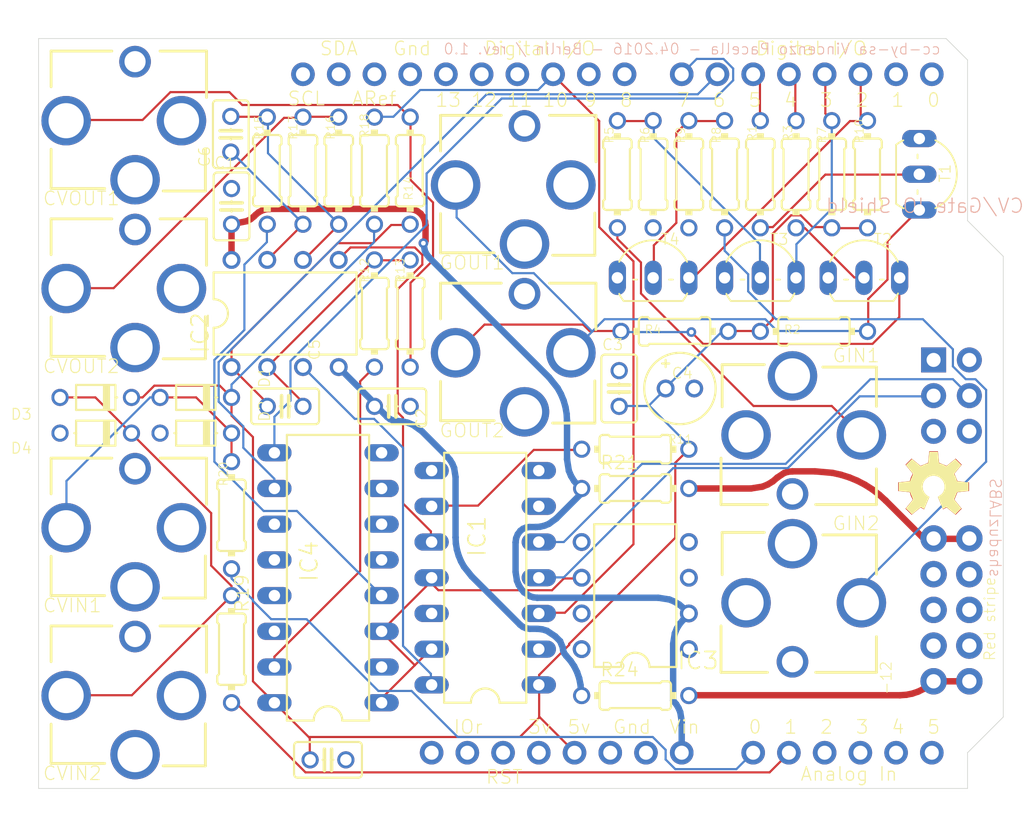
<source format=kicad_pcb>
(kicad_pcb (version 20171130) (host pcbnew 5.1.5-52549c5~84~ubuntu18.04.1)
  (layers (0 Top signal) (31 Bottom signal) (34 B.Paste user hide) (35 F.Paste user hide) (36 B.SilkS user) (37 F.SilkS user) (38 B.Mask user hide) (39 F.Mask user hide) (44 Edge.Cuts user))
  (net 0 "")
  (net 1 GND)
  (net 2 3V)
  (net 3 VREF)
  (net 4 D_IN_B)
  (net 5 VCC)
  (net 6 OFFSET_B)
  (net 7 OFFSET_A)
  (net 8 CV_OUT_A)
  (net 9 CV_OUT_B)
  (net 10 D_IN_A)
  (net 11 D_OUT_B)
  (net 12 D_OUT_A)
  (net 13 CV_IN_A)
  (net 14 CV_IN_B)
  (net 15 CFG_A)
  (net 16 CFG_B)
  (net 17 "Net-(R21-Pad2)")
  (net 18 "Net-(R24-Pad2)")
  (net 19 /synapse_1/DAC_A)
  (net 20 /synapse_1/DAC_B)
  (net 21 "Net-(IC1-Pad9)")
  (net 22 /synapse_1/MOSI)
  (net 23 /synapse_1/SCK)
  (net 24 /synapse_1/DAC_CS)
  (net 25 /synapse_1/12V)
  (net 26 /synapse_1/-12V)
  (net 27 "Net-(C5-Pad1)")
  (net 28 "Net-(C5-Pad2)")
  (net 29 "Net-(C6-Pad1)")
  (net 30 "Net-(C6-Pad2)")
  (net 31 "Net-(M1-PadRESET_ICSP)")
  (net 32 "Net-(M1-Pad5V_ICSP)")
  (net 33 "Net-(M1-PadMISO)")
  (net 34 "Net-(M1-PadRESERVED)")
  (net 35 "Net-(M1-PadIOREF)")
  (net 36 "Net-(M1-PadSCL)")
  (net 37 "Net-(M1-PadSDA)")
  (net 38 "Net-(M1-PadRESET)")
  (net 39 "Net-(M1-PadGND@2)")
  (net 40 "Net-(M1-PadA5)")
  (net 41 "Net-(M1-PadA4)")
  (net 42 "Net-(M1-PadA3)")
  (net 43 "Net-(M1-PadA2)")
  (net 44 "Net-(M1-PadA1)")
  (net 45 "Net-(M1-PadAREF)")
  (net 46 "Net-(M1-PadD13)")
  (net 47 "Net-(M1-PadD12)")
  (net 48 "Net-(M1-PadD11)")
  (net 49 "Net-(M1-PadD9)")
  (net 50 "Net-(M1-PadD8)")
  (net 51 "Net-(M1-PadD0)")
  (net 52 "Net-(M1-PadD1)")
  (net 53 "Net-(M1-PadA0)")
  (net 54 "Net-(IC3-Pad5)")
  (net 55 "Net-(IC3-Pad3)")
  (net 56 "Net-(R1-Pad2)")
  (net 57 /synapse_2/GATE_OUT_A)
  (net 58 "Net-(R3-Pad2)")
  (net 59 /synapse_2/GATE_OUT_B)
  (net 60 "Net-(R5-Pad2)")
  (net 61 "Net-(R8-Pad2)")
  (net 62 /synapse_2/GATE_IN_A)
  (net 63 /synapse_2/GATE_IN_B)
  (net 64 "Net-(CVOUT1-Pad2)")
  (net 65 "Net-(CVOUT2-Pad2)")
  (net 66 "Net-(GOUT1-Pad2)")
  (net 67 "Net-(IC4-Pad14)")
  (module "" (layer Top) (at 129.4511 80.8736)
    (fp_text reference @HOLE0 hide)
    (fp_text value "" (at 0 0) (layer F.SilkS) (effects (font (size 1.27 1.27))))
    (pad "" np_thru_hole circle (at 0 0) (size 3.2 3.2) (drill 3.2) (layers *.Cu *.Mask))
  )
  (module "" (layer Top) (at 180.2511 96.1136)
    (fp_text reference @HOLE1 hide)
    (fp_text value "" (at 0 0) (layer F.SilkS) (effects (font (size 1.27 1.27))))
    (pad "" np_thru_hole circle (at 0 0) (size 3.2 3.2) (drill 3.2) (layers *.Cu *.Mask))
  )
  (module "" (layer Top) (at 128.1811 129.1336)
    (fp_text reference @HOLE2 hide)
    (fp_text value "" (at 0 0) (layer F.SilkS) (effects (font (size 1.27 1.27))))
    (pad "" np_thru_hole circle (at 0 0) (size 3.2 3.2) (drill 3.2) (layers *.Cu *.Mask))
  )
  (module synapse:POWER_10 (layer Bottom) (at 179.1081 118.9736 90)
    (fp_text reference U$2 hide)
    (fp_text value POWER_SIMPLE10 hide)
    (pad 10 thru_hole circle (at 5.08 1.27 90) (size 1.8796 1.8796) (drill 1.016) (layers *.Cu *.Mask) (net 17 "Net-(R21-Pad2)"))
    (pad 9 thru_hole circle (at 5.08 -1.27 90) (size 1.8796 1.8796) (drill 1.016) (layers *.Cu *.Mask) (net 17 "Net-(R21-Pad2)"))
    (pad 8 thru_hole circle (at 2.54 1.27 90) (size 1.8796 1.8796) (drill 1.016) (layers *.Cu *.Mask) (net 1 GND))
    (pad 7 thru_hole circle (at 2.54 -1.27 90) (size 1.8796 1.8796) (drill 1.016) (layers *.Cu *.Mask) (net 1 GND))
    (pad 6 thru_hole circle (at 0 1.27 90) (size 1.8796 1.8796) (drill 1.016) (layers *.Cu *.Mask) (net 1 GND))
    (pad 5 thru_hole circle (at 0 -1.27 90) (size 1.8796 1.8796) (drill 1.016) (layers *.Cu *.Mask) (net 1 GND))
    (pad 4 thru_hole circle (at -2.54 1.27 90) (size 1.8796 1.8796) (drill 1.016) (layers *.Cu *.Mask) (net 1 GND))
    (pad 3 thru_hole circle (at -2.54 -1.27 90) (size 1.8796 1.8796) (drill 1.016) (layers *.Cu *.Mask) (net 1 GND))
    (pad 2 thru_hole circle (at -5.08 1.27 90) (size 1.8796 1.8796) (drill 1.016) (layers *.Cu *.Mask) (net 18 "Net-(R24-Pad2)"))
    (pad 1 thru_hole circle (at -5.08 -1.27 90) (size 1.8796 1.8796) (drill 1.016) (layers *.Cu *.Mask) (net 18 "Net-(R24-Pad2)"))
  )
  (module synapse:TO92-EBC (layer Top) (at 178.0921 87.9856 270)
    (fp_text reference T1 (at 0.635 -1.016 90) (layer F.SilkS) (effects (font (size 0.77216 0.77216) (thickness 0.077216)) (justify left bottom)))
    (fp_text value 2N3904)
    (pad B thru_hole oval (at 0 1.27) (size 2.4384 1.2192) (drill 0.8128) (layers *.Cu *.Mask) (net 56 "Net-(R1-Pad2)"))
    (pad E thru_hole oval (at -2.54 1.27) (size 2.4384 1.2192) (drill 0.8128) (layers *.Cu *.Mask) (net 1 GND))
    (pad C thru_hole oval (at 2.54 1.27) (size 2.4384 1.2192) (drill 0.8128) (layers *.Cu *.Mask) (net 57 /synapse_2/GATE_OUT_A))
  )
  (module synapse:TO92-EBC (layer Top) (at 172.8851 94.0816)
    (fp_text reference T2 (at 0.635 -1.016) (layer F.SilkS) (effects (font (size 0.77216 0.77216) (thickness 0.077216)) (justify left bottom)))
    (fp_text value 2N3904)
    (pad B thru_hole oval (at 0 1.27 90) (size 2.4384 1.2192) (drill 0.8128) (layers *.Cu *.Mask) (net 58 "Net-(R3-Pad2)"))
    (pad E thru_hole oval (at -2.54 1.27 90) (size 2.4384 1.2192) (drill 0.8128) (layers *.Cu *.Mask) (net 1 GND))
    (pad C thru_hole oval (at 2.54 1.27 90) (size 2.4384 1.2192) (drill 0.8128) (layers *.Cu *.Mask) (net 59 /synapse_2/GATE_OUT_B))
  )
  (module synapse:TO92-EBC (layer Top) (at 165.5191 94.0816)
    (fp_text reference T3 (at 0.635 -1.016) (layer F.SilkS) (effects (font (size 0.77216 0.77216) (thickness 0.077216)) (justify left bottom)))
    (fp_text value 2N3904)
    (pad B thru_hole oval (at 0 1.27 90) (size 2.4384 1.2192) (drill 0.8128) (layers *.Cu *.Mask) (net 60 "Net-(R5-Pad2)"))
    (pad E thru_hole oval (at -2.54 1.27 90) (size 2.4384 1.2192) (drill 0.8128) (layers *.Cu *.Mask) (net 1 GND))
    (pad C thru_hole oval (at 2.54 1.27 90) (size 2.4384 1.2192) (drill 0.8128) (layers *.Cu *.Mask) (net 10 D_IN_A))
  )
  (module synapse:TO92-EBC (layer Top) (at 157.8991 94.0816)
    (fp_text reference T4 (at 0.508 -1.016) (layer F.SilkS) (effects (font (size 0.77216 0.77216) (thickness 0.077216)) (justify left bottom)))
    (fp_text value 2N3904)
    (pad B thru_hole oval (at 0 1.27 90) (size 2.4384 1.2192) (drill 0.8128) (layers *.Cu *.Mask) (net 61 "Net-(R8-Pad2)"))
    (pad E thru_hole oval (at -2.54 1.27 90) (size 2.4384 1.2192) (drill 0.8128) (layers *.Cu *.Mask) (net 1 GND))
    (pad C thru_hole oval (at 2.54 1.27 90) (size 2.4384 1.2192) (drill 0.8128) (layers *.Cu *.Mask) (net 4 D_IN_B))
  )
  (module synapse:DIL14 (layer Top) (at 145.9611 116.6876 90)
    (fp_text reference IC1 (at 1.397 0.127 90) (layer F.SilkS) (effects (font (size 1.2065 1.2065) (thickness 0.12065)) (justify left bottom)))
    (fp_text value MCP4922E_P)
    (pad 14 thru_hole oval (at -7.62 -3.81 180) (size 2.4384 1.2192) (drill 0.8128) (layers *.Cu *.Mask) (net 19 /synapse_1/DAC_A))
    (pad 13 thru_hole oval (at -5.08 -3.81 180) (size 2.4384 1.2192) (drill 0.8128) (layers *.Cu *.Mask) (net 3 VREF))
    (pad 12 thru_hole oval (at -2.54 -3.81 180) (size 2.4384 1.2192) (drill 0.8128) (layers *.Cu *.Mask) (net 1 GND))
    (pad 11 thru_hole oval (at 0 -3.81 180) (size 2.4384 1.2192) (drill 0.8128) (layers *.Cu *.Mask) (net 3 VREF))
    (pad 10 thru_hole oval (at 2.54 -3.81 180) (size 2.4384 1.2192) (drill 0.8128) (layers *.Cu *.Mask) (net 20 /synapse_1/DAC_B))
    (pad 9 thru_hole oval (at 5.08 -3.81 180) (size 2.4384 1.2192) (drill 0.8128) (layers *.Cu *.Mask) (net 21 "Net-(IC1-Pad9)"))
    (pad 5 thru_hole oval (at 2.54 3.81 180) (size 2.4384 1.2192) (drill 0.8128) (layers *.Cu *.Mask) (net 22 /synapse_1/MOSI))
    (pad 6 thru_hole oval (at 5.08 3.81 180) (size 2.4384 1.2192) (drill 0.8128) (layers *.Cu *.Mask))
    (pad 4 thru_hole oval (at 0 3.81 180) (size 2.4384 1.2192) (drill 0.8128) (layers *.Cu *.Mask) (net 23 /synapse_1/SCK))
    (pad 3 thru_hole oval (at -2.54 3.81 180) (size 2.4384 1.2192) (drill 0.8128) (layers *.Cu *.Mask) (net 24 /synapse_1/DAC_CS))
    (pad 8 thru_hole oval (at 7.62 -3.81 180) (size 2.4384 1.2192) (drill 0.8128) (layers *.Cu *.Mask) (net 1 GND))
    (pad 7 thru_hole oval (at 7.62 3.81 180) (size 2.4384 1.2192) (drill 0.8128) (layers *.Cu *.Mask))
    (pad 2 thru_hole oval (at -5.08 3.81 180) (size 2.4384 1.2192) (drill 0.8128) (layers *.Cu *.Mask))
    (pad 1 thru_hole oval (at -7.62 3.81 180) (size 2.4384 1.2192) (drill 0.8128) (layers *.Cu *.Mask) (net 5 VCC))
  )
  (module synapse:0204_7 (layer Top) (at 165.5191 87.9856 270)
    (fp_text reference R1 (at -2.286 0.2286 90) (layer F.SilkS) (effects (font (size 0.60325 0.60325) (thickness 0.060325)) (justify left bottom)))
    (fp_text value 1K)
    (pad 2 thru_hole circle (at 3.81 0 270) (size 1.2192 1.2192) (drill 0.8128) (layers *.Cu *.Mask) (net 56 "Net-(R1-Pad2)"))
    (pad 1 thru_hole circle (at -3.81 0 270) (size 1.2192 1.2192) (drill 0.8128) (layers *.Cu *.Mask) (net 12 D_OUT_A))
  )
  (module synapse:0204_7 (layer Top) (at 169.3291 99.1616 180)
    (fp_text reference R2 (at 2.159 -0.2286) (layer F.SilkS) (effects (font (size 0.60325 0.60325) (thickness 0.060325)) (justify left bottom)))
    (fp_text value 1K)
    (pad 2 thru_hole circle (at 3.81 0 180) (size 1.2192 1.2192) (drill 0.8128) (layers *.Cu *.Mask) (net 5 VCC))
    (pad 1 thru_hole circle (at -3.81 0 180) (size 1.2192 1.2192) (drill 0.8128) (layers *.Cu *.Mask) (net 57 /synapse_2/GATE_OUT_A))
  )
  (module synapse:0204_7 (layer Top) (at 168.0591 87.9856 270)
    (fp_text reference R3 (at -2.286 0.2286 90) (layer F.SilkS) (effects (font (size 0.60325 0.60325) (thickness 0.060325)) (justify left bottom)))
    (fp_text value 1K)
    (pad 2 thru_hole circle (at 3.81 0 270) (size 1.2192 1.2192) (drill 0.8128) (layers *.Cu *.Mask) (net 58 "Net-(R3-Pad2)"))
    (pad 1 thru_hole circle (at -3.81 0 270) (size 1.2192 1.2192) (drill 0.8128) (layers *.Cu *.Mask) (net 11 D_OUT_B))
  )
  (module synapse:0204_7 (layer Top) (at 159.4231 99.1616)
    (fp_text reference R4 (at -2.159 0.2286) (layer F.SilkS) (effects (font (size 0.60325 0.60325) (thickness 0.060325)) (justify left bottom)))
    (fp_text value 1K)
    (pad 2 thru_hole circle (at 3.81 0) (size 1.2192 1.2192) (drill 0.8128) (layers *.Cu *.Mask) (net 5 VCC))
    (pad 1 thru_hole circle (at -3.81 0) (size 1.2192 1.2192) (drill 0.8128) (layers *.Cu *.Mask) (net 59 /synapse_2/GATE_OUT_B))
  )
  (module synapse:0204_7 (layer Top) (at 155.3591 87.9856 90)
    (fp_text reference R5 (at 2.159 -0.2286 90) (layer F.SilkS) (effects (font (size 0.60325 0.60325) (thickness 0.060325)) (justify left bottom)))
    (fp_text value 100K)
    (pad 2 thru_hole circle (at 3.81 0 90) (size 1.2192 1.2192) (drill 0.8128) (layers *.Cu *.Mask) (net 60 "Net-(R5-Pad2)"))
    (pad 1 thru_hole circle (at -3.81 0 90) (size 1.2192 1.2192) (drill 0.8128) (layers *.Cu *.Mask) (net 62 /synapse_2/GATE_IN_A))
  )
  (module synapse:0204_7 (layer Top) (at 157.8991 87.9856 90)
    (fp_text reference R6 (at 2.159 -0.2286 90) (layer F.SilkS) (effects (font (size 0.60325 0.60325) (thickness 0.060325)) (justify left bottom)))
    (fp_text value 1M)
    (pad 2 thru_hole circle (at 3.81 0 90) (size 1.2192 1.2192) (drill 0.8128) (layers *.Cu *.Mask) (net 60 "Net-(R5-Pad2)"))
    (pad 1 thru_hole circle (at -3.81 0 90) (size 1.2192 1.2192) (drill 0.8128) (layers *.Cu *.Mask) (net 1 GND))
  )
  (module synapse:0204_7 (layer Top) (at 170.5991 87.9856 270)
    (fp_text reference R7 (at -2.159 0.3556 90) (layer F.SilkS) (effects (font (size 0.60325 0.60325) (thickness 0.060325)) (justify left bottom)))
    (fp_text value 10K)
    (pad 2 thru_hole circle (at 3.81 0 270) (size 1.2192 1.2192) (drill 0.8128) (layers *.Cu *.Mask) (net 5 VCC))
    (pad 1 thru_hole circle (at -3.81 0 270) (size 1.2192 1.2192) (drill 0.8128) (layers *.Cu *.Mask) (net 10 D_IN_A))
  )
  (module synapse:0204_7 (layer Top) (at 162.9791 87.9856 90)
    (fp_text reference R8 (at 2.159 -0.2286 90) (layer F.SilkS) (effects (font (size 0.60325 0.60325) (thickness 0.060325)) (justify left bottom)))
    (fp_text value 100K)
    (pad 2 thru_hole circle (at 3.81 0 90) (size 1.2192 1.2192) (drill 0.8128) (layers *.Cu *.Mask) (net 61 "Net-(R8-Pad2)"))
    (pad 1 thru_hole circle (at -3.81 0 90) (size 1.2192 1.2192) (drill 0.8128) (layers *.Cu *.Mask) (net 63 /synapse_2/GATE_IN_B))
  )
  (module synapse:0204_7 (layer Top) (at 160.4391 87.9856 90)
    (fp_text reference R9 (at 2.159 -0.2286 90) (layer F.SilkS) (effects (font (size 0.60325 0.60325) (thickness 0.060325)) (justify left bottom)))
    (fp_text value 1M)
    (pad 2 thru_hole circle (at 3.81 0 90) (size 1.2192 1.2192) (drill 0.8128) (layers *.Cu *.Mask) (net 61 "Net-(R8-Pad2)"))
    (pad 1 thru_hole circle (at -3.81 0 90) (size 1.2192 1.2192) (drill 0.8128) (layers *.Cu *.Mask) (net 1 GND))
  )
  (module synapse:0204_7 (layer Top) (at 173.1391 87.9856 270)
    (fp_text reference R10 (at -2.159 0.2286 90) (layer F.SilkS) (effects (font (size 0.60325 0.60325) (thickness 0.060325)) (justify left bottom)))
    (fp_text value 10K)
    (pad 2 thru_hole circle (at 3.81 0 270) (size 1.2192 1.2192) (drill 0.8128) (layers *.Cu *.Mask) (net 5 VCC))
    (pad 1 thru_hole circle (at -3.81 0 270) (size 1.2192 1.2192) (drill 0.8128) (layers *.Cu *.Mask) (net 4 D_IN_B))
  )
  (module synapse:0204_7 (layer Top) (at 156.6291 107.5436 180)
    (fp_text reference R11 (at -2.286 0.3556) (layer F.SilkS) (effects (font (size 0.60325 0.60325) (thickness 0.060325)) (justify left bottom)))
    (fp_text value 10K)
    (pad 2 thru_hole circle (at 3.81 0 180) (size 1.2192 1.2192) (drill 0.8128) (layers *.Cu *.Mask) (net 21 "Net-(IC1-Pad9)"))
    (pad 1 thru_hole circle (at -3.81 0 180) (size 1.2192 1.2192) (drill 0.8128) (layers *.Cu *.Mask) (net 5 VCC))
  )
  (module synapse:C025-025X050 (layer Top) (at 127.9271 90.2716 90)
    (fp_text reference C1 (at 2.667 -1.27) (layer F.SilkS) (effects (font (size 0.77216 0.77216) (thickness 0.077216)) (justify left bottom)))
    (fp_text value 100n hide)
    (pad 2 thru_hole circle (at 1.27 0 90) (size 1.2192 1.2192) (drill 0.8128) (layers *.Cu *.Mask) (net 1 GND))
    (pad 1 thru_hole circle (at -1.27 0 90) (size 1.2192 1.2192) (drill 0.8128) (layers *.Cu *.Mask) (net 25 /synapse_1/12V))
  )
  (module synapse:C025-025X050 (layer Top) (at 139.3571 104.4956)
    (fp_text reference C2 (at 2.54 1.6764 90) (layer F.SilkS) (effects (font (size 0.77216 0.77216) (thickness 0.077216)) (justify left bottom)))
    (fp_text value 100n hide)
    (pad 2 thru_hole circle (at 1.27 0) (size 1.2192 1.2192) (drill 0.8128) (layers *.Cu *.Mask) (net 1 GND))
    (pad 1 thru_hole circle (at -1.27 0) (size 1.2192 1.2192) (drill 0.8128) (layers *.Cu *.Mask) (net 26 /synapse_1/-12V))
  )
  (module synapse:E2-5 (layer Top) (at 159.8041 103.2256)
    (fp_text reference C4 (at -0.635 -0.635) (layer F.SilkS) (effects (font (size 0.77216 0.77216) (thickness 0.077216)) (justify left bottom)))
    (fp_text value 10u)
    (pad + thru_hole circle (at -1.016 0) (size 1.27 1.27) (drill 0.8128) (layers *.Cu *.Mask) (net 5 VCC))
    (pad - thru_hole circle (at 1.016 0) (size 1.27 1.27) (drill 0.8128) (layers *.Cu *.Mask) (net 1 GND))
  )
  (module synapse:0204_7 (layer Top) (at 138.0871 97.8916 270)
    (fp_text reference R12 (at -2.159 0.3556 90) (layer F.SilkS) (effects (font (size 0.60325 0.60325) (thickness 0.060325)) (justify left bottom)))
    (fp_text value 100K)
    (pad 2 thru_hole circle (at 3.81 0 270) (size 1.2192 1.2192) (drill 0.8128) (layers *.Cu *.Mask) (net 7 OFFSET_A))
    (pad 1 thru_hole circle (at -3.81 0 270) (size 1.2192 1.2192) (drill 0.8128) (layers *.Cu *.Mask) (net 27 "Net-(C5-Pad1)"))
  )
  (module synapse:0204_7 (layer Top) (at 140.6271 97.8916 90)
    (fp_text reference R13 (at 2.159 -0.3556 90) (layer F.SilkS) (effects (font (size 0.60325 0.60325) (thickness 0.060325)) (justify left bottom)))
    (fp_text value 100K)
    (pad 2 thru_hole circle (at 3.81 0 90) (size 1.2192 1.2192) (drill 0.8128) (layers *.Cu *.Mask) (net 27 "Net-(C5-Pad1)"))
    (pad 1 thru_hole circle (at -3.81 0 90) (size 1.2192 1.2192) (drill 0.8128) (layers *.Cu *.Mask) (net 8 CV_OUT_A))
  )
  (module synapse:0204_7 (layer Top) (at 140.6271 87.7316 270)
    (fp_text reference R14 (at 2.159 -0.2286 90) (layer F.SilkS) (effects (font (size 0.60325 0.60325) (thickness 0.060325)) (justify left bottom)))
    (fp_text value 1K)
    (pad 2 thru_hole circle (at 3.81 0 270) (size 1.2192 1.2192) (drill 0.8128) (layers *.Cu *.Mask) (net 28 "Net-(C5-Pad2)"))
    (pad 1 thru_hole circle (at -3.81 0 270) (size 1.2192 1.2192) (drill 0.8128) (layers *.Cu *.Mask) (net 8 CV_OUT_A))
  )
  (module synapse:0204_7 (layer Top) (at 130.4671 87.7316 270)
    (fp_text reference R15 (at -2.159 0.2286 90) (layer F.SilkS) (effects (font (size 0.60325 0.60325) (thickness 0.060325)) (justify left bottom)))
    (fp_text value 100K)
    (pad 2 thru_hole circle (at 3.81 0 270) (size 1.2192 1.2192) (drill 0.8128) (layers *.Cu *.Mask) (net 6 OFFSET_B))
    (pad 1 thru_hole circle (at -3.81 0 270) (size 1.2192 1.2192) (drill 0.8128) (layers *.Cu *.Mask) (net 29 "Net-(C6-Pad1)"))
  )
  (module synapse:0204_7 (layer Top) (at 135.5471 87.7316 270)
    (fp_text reference R16 (at -2.159 0.2286 90) (layer F.SilkS) (effects (font (size 0.60325 0.60325) (thickness 0.060325)) (justify left bottom)))
    (fp_text value 100K)
    (pad 2 thru_hole circle (at 3.81 0 270) (size 1.2192 1.2192) (drill 0.8128) (layers *.Cu *.Mask) (net 29 "Net-(C6-Pad1)"))
    (pad 1 thru_hole circle (at -3.81 0 270) (size 1.2192 1.2192) (drill 0.8128) (layers *.Cu *.Mask) (net 9 CV_OUT_B))
  )
  (module synapse:0204_7 (layer Top) (at 133.0071 87.7316 270)
    (fp_text reference R17 (at -2.159 0.3556 90) (layer F.SilkS) (effects (font (size 0.60325 0.60325) (thickness 0.060325)) (justify left bottom)))
    (fp_text value 1K)
    (pad 2 thru_hole circle (at 3.81 0 270) (size 1.2192 1.2192) (drill 0.8128) (layers *.Cu *.Mask) (net 30 "Net-(C6-Pad2)"))
    (pad 1 thru_hole circle (at -3.81 0 270) (size 1.2192 1.2192) (drill 0.8128) (layers *.Cu *.Mask) (net 9 CV_OUT_B))
  )
  (module synapse:C025-025X050 (layer Top) (at 155.4861 103.2256 90)
    (fp_text reference C3 (at 2.667 -1.27) (layer F.SilkS) (effects (font (size 0.77216 0.77216) (thickness 0.077216)) (justify left bottom)))
    (fp_text value 100n hide)
    (pad 2 thru_hole circle (at 1.27 0 90) (size 1.2192 1.2192) (drill 0.8128) (layers *.Cu *.Mask) (net 1 GND))
    (pad 1 thru_hole circle (at -1.27 0 90) (size 1.2192 1.2192) (drill 0.8128) (layers *.Cu *.Mask) (net 5 VCC))
  )
  (module synapse:ARDUINOR3_ICSP (layer Top) (at 114.2111 131.6736)
    (fp_text reference M1 hide)
    (fp_text value ARDUINO_R3_ICSP hide)
    (fp_text user IOr (at 29.4539 -3.81) (layer F.SilkS) (effects (font (size 0.9652 0.9652) (thickness 0.08128)) (justify left bottom)))
    (fp_text user SDA (at 19.939 -52.07) (layer F.SilkS) (effects (font (size 0.9652 0.9652) (thickness 0.08128)) (justify left bottom)))
    (fp_text user SCL (at 17.653 -48.514) (layer F.SilkS) (effects (font (size 0.9652 0.9652) (thickness 0.08128)) (justify left bottom)))
    (fp_text user "Digital I/O" (at 50.927 -52.07) (layer F.SilkS) (effects (font (size 0.9652 0.9652) (thickness 0.08128)) (justify left bottom)))
    (fp_text user "Digital I/O" (at 31.623 -52.07) (layer F.SilkS) (effects (font (size 0.9652 0.9652) (thickness 0.08128)) (justify left bottom)))
    (fp_text user 0 (at 64.135 -49.53) (layer F.SilkS) (effects (font (size 0.9652 0.9652) (thickness 0.08128)) (justify right top)))
    (fp_text user 1 (at 61.595 -49.53) (layer F.SilkS) (effects (font (size 0.9652 0.9652) (thickness 0.08128)) (justify right top)))
    (fp_text user 2 (at 59.055 -49.53) (layer F.SilkS) (effects (font (size 0.9652 0.9652) (thickness 0.08128)) (justify right top)))
    (fp_text user 3 (at 56.515 -49.53) (layer F.SilkS) (effects (font (size 0.9652 0.9652) (thickness 0.08128)) (justify right top)))
    (fp_text user 4 (at 53.975 -49.53) (layer F.SilkS) (effects (font (size 0.9652 0.9652) (thickness 0.08128)) (justify right top)))
    (fp_text user 5 (at 51.435 -49.53) (layer F.SilkS) (effects (font (size 0.9652 0.9652) (thickness 0.08128)) (justify right top)))
    (fp_text user 6 (at 48.895 -49.53) (layer F.SilkS) (effects (font (size 0.9652 0.9652) (thickness 0.08128)) (justify right top)))
    (fp_text user 7 (at 46.355 -49.53) (layer F.SilkS) (effects (font (size 0.9652 0.9652) (thickness 0.08128)) (justify right top)))
    (fp_text user 8 (at 42.291 -49.53) (layer F.SilkS) (effects (font (size 0.9652 0.9652) (thickness 0.08128)) (justify right top)))
    (fp_text user 9 (at 39.751 -49.53) (layer F.SilkS) (effects (font (size 0.9652 0.9652) (thickness 0.08128)) (justify right top)))
    (fp_text user 10 (at 37.719 -49.53) (layer F.SilkS) (effects (font (size 0.9652 0.9652) (thickness 0.08128)) (justify right top)))
    (fp_text user 11 (at 35.179 -49.53) (layer F.SilkS) (effects (font (size 0.9652 0.9652) (thickness 0.08128)) (justify right top)))
    (fp_text user 12 (at 32.639 -49.53) (layer F.SilkS) (effects (font (size 0.9652 0.9652) (thickness 0.08128)) (justify right top)))
    (fp_text user 13 (at 30.099 -49.53) (layer F.SilkS) (effects (font (size 0.9652 0.9652) (thickness 0.08128)) (justify right top)))
    (fp_text user Gnd (at 25.146 -52.07) (layer F.SilkS) (effects (font (size 0.9652 0.9652) (thickness 0.08128)) (justify left bottom)))
    (fp_text user ARef (at 22.225 -48.514) (layer F.SilkS) (effects (font (size 0.9652 0.9652) (thickness 0.08128)) (justify left bottom)))
    (fp_text user 5 (at 63.119 -3.81) (layer F.SilkS) (effects (font (size 0.9652 0.9652) (thickness 0.08128)) (justify left bottom)))
    (fp_text user 4 (at 60.579 -3.81) (layer F.SilkS) (effects (font (size 0.9652 0.9652) (thickness 0.08128)) (justify left bottom)))
    (fp_text user 3 (at 58.039 -3.81) (layer F.SilkS) (effects (font (size 0.9652 0.9652) (thickness 0.08128)) (justify left bottom)))
    (fp_text user 2 (at 55.499 -3.81) (layer F.SilkS) (effects (font (size 0.9652 0.9652) (thickness 0.08128)) (justify left bottom)))
    (fp_text user 1 (at 52.959 -3.81) (layer F.SilkS) (effects (font (size 0.9652 0.9652) (thickness 0.08128)) (justify left bottom)))
    (fp_text user 0 (at 50.419 -3.81) (layer F.SilkS) (effects (font (size 0.9652 0.9652) (thickness 0.08128)) (justify left bottom)))
    (fp_text user "Analog In" (at 54.1121 -0.4623) (layer F.SilkS) (effects (font (size 0.9652 0.9652) (thickness 0.08128)) (justify left bottom)))
    (fp_text user Vin (at 44.7853 -3.81) (layer F.SilkS) (effects (font (size 0.9652 0.9652) (thickness 0.08128)) (justify left bottom)))
    (fp_text user Gnd (at 40.7771 -3.81) (layer F.SilkS) (effects (font (size 0.9652 0.9652) (thickness 0.08128)) (justify left bottom)))
    (fp_text user 5v (at 37.5463 -3.81) (layer F.SilkS) (effects (font (size 0.9652 0.9652) (thickness 0.08128)) (justify left bottom)))
    (fp_text user 3v (at 34.7523 -3.81) (layer F.SilkS) (effects (font (size 0.9652 0.9652) (thickness 0.08128)) (justify left bottom)))
    (fp_text user RST (at 31.7399 -0.254) (layer F.SilkS) (effects (font (size 0.9652 0.9652) (thickness 0.08128)) (justify left bottom)))
    (fp_line (start 0 -53.34) (end 0 0) (layer Edge.Cuts) (width 0.05))
    (fp_line (start 64.516 -53.34) (end 0 -53.34) (layer Edge.Cuts) (width 0.05))
    (fp_line (start 66.04 -51.816) (end 64.516 -53.34) (layer Edge.Cuts) (width 0.05))
    (fp_line (start 66.04 -40.386) (end 66.04 -51.816) (layer Edge.Cuts) (width 0.05))
    (fp_line (start 68.58 -37.846) (end 66.04 -40.386) (layer Edge.Cuts) (width 0.05))
    (fp_line (start 68.58 -5.08) (end 68.58 -37.846) (layer Edge.Cuts) (width 0.05))
    (fp_line (start 66.04 -2.54) (end 68.58 -5.08) (layer Edge.Cuts) (width 0.05))
    (fp_line (start 66.04 0) (end 66.04 -2.54) (layer Edge.Cuts) (width 0.05))
    (fp_line (start 0 0) (end 66.04 0) (layer Edge.Cuts) (width 0.05))
    (pad RESET_ICSP thru_hole circle (at 63.627 -25.4) (size 1.778 1.778) (drill 1) (layers *.Cu *.Mask) (net 31 "Net-(M1-PadRESET_ICSP)"))
    (pad GND@3 thru_hole circle (at 66.167 -25.4) (size 1.778 1.778) (drill 1) (layers *.Cu *.Mask) (net 1 GND))
    (pad 5V_ICSP thru_hole circle (at 66.167 -30.48) (size 1.778 1.778) (drill 1) (layers *.Cu *.Mask) (net 32 "Net-(M1-Pad5V_ICSP)"))
    (pad MISO thru_hole rect (at 63.627 -30.48) (size 1.778 1.778) (drill 1) (layers *.Cu *.Mask) (net 33 "Net-(M1-PadMISO)"))
    (pad SCK thru_hole circle (at 63.627 -27.94) (size 1.778 1.778) (drill 1) (layers *.Cu *.Mask) (net 23 /synapse_1/SCK))
    (pad MOSI thru_hole circle (at 66.167 -27.94) (size 1.778 1.778) (drill 1) (layers *.Cu *.Mask) (net 22 /synapse_1/MOSI))
    (pad RESERVED thru_hole circle (at 27.94 -2.54) (size 1.6764 1.6764) (drill 1) (layers *.Cu *.Mask) (net 34 "Net-(M1-PadRESERVED)"))
    (pad IOREF thru_hole circle (at 30.48 -2.54) (size 1.6764 1.6764) (drill 1) (layers *.Cu *.Mask) (net 35 "Net-(M1-PadIOREF)"))
    (pad SCL thru_hole circle (at 18.796 -50.8) (size 1.6764 1.6764) (drill 1) (layers *.Cu *.Mask) (net 36 "Net-(M1-PadSCL)"))
    (pad SDA thru_hole circle (at 21.336 -50.8) (size 1.6764 1.6764) (drill 1) (layers *.Cu *.Mask) (net 37 "Net-(M1-PadSDA)"))
    (pad RESET thru_hole circle (at 33.02 -2.54) (size 1.6764 1.6764) (drill 1) (layers *.Cu *.Mask) (net 38 "Net-(M1-PadRESET)"))
    (pad 3V thru_hole circle (at 35.56 -2.54) (size 1.6764 1.6764) (drill 1) (layers *.Cu *.Mask) (net 2 3V))
    (pad 5V thru_hole circle (at 38.1 -2.54) (size 1.6764 1.6764) (drill 1) (layers *.Cu *.Mask) (net 5 VCC))
    (pad GND@2 thru_hole circle (at 40.64 -2.54) (size 1.6764 1.6764) (drill 1) (layers *.Cu *.Mask) (net 39 "Net-(M1-PadGND@2)"))
    (pad GND@1 thru_hole circle (at 43.18 -2.54) (size 1.6764 1.6764) (drill 1) (layers *.Cu *.Mask) (net 1 GND))
    (pad VIN thru_hole circle (at 45.72 -2.54) (size 1.6764 1.6764) (drill 1) (layers *.Cu *.Mask) (net 25 /synapse_1/12V))
    (pad A5 thru_hole circle (at 63.5 -2.54) (size 1.6764 1.6764) (drill 1) (layers *.Cu *.Mask) (net 40 "Net-(M1-PadA5)"))
    (pad A4 thru_hole circle (at 60.96 -2.54) (size 1.6764 1.6764) (drill 1) (layers *.Cu *.Mask) (net 41 "Net-(M1-PadA4)"))
    (pad A3 thru_hole circle (at 58.42 -2.54) (size 1.6764 1.6764) (drill 1) (layers *.Cu *.Mask) (net 42 "Net-(M1-PadA3)"))
    (pad A2 thru_hole circle (at 55.88 -2.54) (size 1.6764 1.6764) (drill 1) (layers *.Cu *.Mask) (net 43 "Net-(M1-PadA2)"))
    (pad A1 thru_hole circle (at 53.34 -2.54) (size 1.6764 1.6764) (drill 1) (layers *.Cu *.Mask) (net 44 "Net-(M1-PadA1)"))
    (pad AREF thru_hole circle (at 23.876 -50.8) (size 1.6764 1.6764) (drill 1) (layers *.Cu *.Mask) (net 45 "Net-(M1-PadAREF)"))
    (pad GND thru_hole circle (at 26.416 -50.8) (size 1.6764 1.6764) (drill 1) (layers *.Cu *.Mask) (net 1 GND))
    (pad D13 thru_hole circle (at 28.956 -50.8) (size 1.6764 1.6764) (drill 1) (layers *.Cu *.Mask) (net 46 "Net-(M1-PadD13)"))
    (pad D12 thru_hole circle (at 31.496 -50.8) (size 1.6764 1.6764) (drill 1) (layers *.Cu *.Mask) (net 47 "Net-(M1-PadD12)"))
    (pad D11 thru_hole circle (at 34.036 -50.8) (size 1.6764 1.6764) (drill 1) (layers *.Cu *.Mask) (net 48 "Net-(M1-PadD11)"))
    (pad D10 thru_hole circle (at 36.576 -50.8) (size 1.6764 1.6764) (drill 1) (layers *.Cu *.Mask) (net 24 /synapse_1/DAC_CS))
    (pad D9 thru_hole circle (at 39.116 -50.8) (size 1.6764 1.6764) (drill 1) (layers *.Cu *.Mask) (net 49 "Net-(M1-PadD9)"))
    (pad D8 thru_hole circle (at 41.656 -50.8) (size 1.6764 1.6764) (drill 1) (layers *.Cu *.Mask) (net 50 "Net-(M1-PadD8)"))
    (pad D7 thru_hole circle (at 45.72 -50.8) (size 1.6764 1.6764) (drill 1) (layers *.Cu *.Mask) (net 16 CFG_B))
    (pad D6 thru_hole circle (at 48.26 -50.8) (size 1.6764 1.6764) (drill 1) (layers *.Cu *.Mask) (net 15 CFG_A))
    (pad D5 thru_hole circle (at 50.8 -50.8) (size 1.6764 1.6764) (drill 1) (layers *.Cu *.Mask) (net 12 D_OUT_A))
    (pad D0 thru_hole circle (at 63.5 -50.8) (size 1.6764 1.6764) (drill 1) (layers *.Cu *.Mask) (net 51 "Net-(M1-PadD0)"))
    (pad D1 thru_hole circle (at 60.96 -50.8) (size 1.6764 1.6764) (drill 1) (layers *.Cu *.Mask) (net 52 "Net-(M1-PadD1)"))
    (pad D2 thru_hole circle (at 58.42 -50.8) (size 1.6764 1.6764) (drill 1) (layers *.Cu *.Mask) (net 4 D_IN_B))
    (pad D3 thru_hole circle (at 55.88 -50.8) (size 1.6764 1.6764) (drill 1) (layers *.Cu *.Mask) (net 10 D_IN_A))
    (pad A0 thru_hole circle (at 50.8 -2.54) (size 1.6764 1.6764) (drill 1) (layers *.Cu *.Mask) (net 53 "Net-(M1-PadA0)"))
    (pad D4 thru_hole circle (at 53.34 -50.8) (size 1.6764 1.6764) (drill 1) (layers *.Cu *.Mask) (net 11 D_OUT_B))
  )
  (module synapse:0204_7 (layer Top) (at 138.0871 87.7316 270)
    (fp_text reference R18 (at -2.286 0.3556 90) (layer F.SilkS) (effects (font (size 0.60325 0.60325) (thickness 0.060325)) (justify left bottom)))
    (fp_text value 10K)
    (pad 2 thru_hole circle (at 3.81 0 270) (size 1.2192 1.2192) (drill 0.8128) (layers *.Cu *.Mask) (net 5 VCC))
    (pad 1 thru_hole circle (at -3.81 0 270) (size 1.2192 1.2192) (drill 0.8128) (layers *.Cu *.Mask) (net 24 /synapse_1/DAC_CS))
  )
  (module synapse:C025-025X050 (layer Top) (at 131.7371 104.4956 180)
    (fp_text reference C5 (at -2.54 3.2258 90) (layer F.SilkS) (effects (font (size 0.77216 0.77216) (thickness 0.077216)) (justify left bottom)))
    (fp_text value 47p)
    (pad 2 thru_hole circle (at 1.27 0 180) (size 1.2192 1.2192) (drill 0.8128) (layers *.Cu *.Mask) (net 28 "Net-(C5-Pad2)"))
    (pad 1 thru_hole circle (at -1.27 0 180) (size 1.2192 1.2192) (drill 0.8128) (layers *.Cu *.Mask) (net 27 "Net-(C5-Pad1)"))
  )
  (module synapse:C025-025X050 (layer Top) (at 127.8763 85.1408 270)
    (fp_text reference C6 (at 2.3876 1.4224 90) (layer F.SilkS) (effects (font (size 0.77216 0.77216) (thickness 0.077216)) (justify left bottom)))
    (fp_text value 47p)
    (pad 2 thru_hole circle (at 1.27 0 270) (size 1.2192 1.2192) (drill 0.8128) (layers *.Cu *.Mask) (net 30 "Net-(C6-Pad2)"))
    (pad 1 thru_hole circle (at -1.27 0 270) (size 1.2192 1.2192) (drill 0.8128) (layers *.Cu *.Mask) (net 29 "Net-(C6-Pad1)"))
  )
  (module synapse:ERTHENVAR-JACK (layer Top) (at 121.0691 84.1756 90)
    (fp_text reference CVOUT1 (at -6.096 -6.604) (layer F.SilkS) (effects (font (size 0.9652 0.9652) (thickness 0.077216)) (justify left bottom)))
    (fp_text value AUDIO-JACKERTHENVAR hide)
    (pad 1@2 thru_hole circle (at 4.2 0 180) (size 2.25 2.25) (drill 1.5) (layers *.Cu *.Mask) (net 1 GND))
    (pad 2 thru_hole circle (at 0 3.3 180) (size 3.516 3.516) (drill 2.5) (layers *.Cu *.Mask) (net 64 "Net-(CVOUT1-Pad2)"))
    (pad 3 thru_hole circle (at 0 -4.9 180) (size 3.516 3.516) (drill 2.5) (layers *.Cu *.Mask) (net 8 CV_OUT_A))
    (pad 1@1 thru_hole circle (at -4.2 0 180) (size 3.516 3.516) (drill 2.5) (layers *.Cu *.Mask) (net 1 GND))
  )
  (module synapse:ERTHENVAR-JACK (layer Top) (at 121.0691 96.1136 90)
    (fp_text reference CVOUT2 (at -6.096 -6.604) (layer F.SilkS) (effects (font (size 0.9652 0.9652) (thickness 0.077216)) (justify left bottom)))
    (fp_text value AUDIO-JACKERTHENVAR hide)
    (pad 1@2 thru_hole circle (at 4.2 0 180) (size 2.25 2.25) (drill 1.5) (layers *.Cu *.Mask) (net 1 GND))
    (pad 2 thru_hole circle (at 0 3.3 180) (size 3.516 3.516) (drill 2.5) (layers *.Cu *.Mask) (net 65 "Net-(CVOUT2-Pad2)"))
    (pad 3 thru_hole circle (at 0 -4.9 180) (size 3.516 3.516) (drill 2.5) (layers *.Cu *.Mask) (net 9 CV_OUT_B))
    (pad 1@1 thru_hole circle (at -4.2 0 180) (size 3.516 3.516) (drill 2.5) (layers *.Cu *.Mask) (net 1 GND))
  )
  (module synapse:ERTHENVAR-JACK (layer Top) (at 148.7551 88.7476 90)
    (fp_text reference GOUT1 (at -6.096 -6.096) (layer F.SilkS) (effects (font (size 0.9652 0.9652) (thickness 0.077216)) (justify left bottom)))
    (fp_text value AUDIO-JACKERTHENVAR hide)
    (pad 1@2 thru_hole circle (at 4.2 0 180) (size 2.25 2.25) (drill 1.5) (layers *.Cu *.Mask) (net 1 GND))
    (pad 2 thru_hole circle (at 0 3.3 180) (size 3.516 3.516) (drill 2.5) (layers *.Cu *.Mask) (net 66 "Net-(GOUT1-Pad2)"))
    (pad 3 thru_hole circle (at 0 -4.9 180) (size 3.516 3.516) (drill 2.5) (layers *.Cu *.Mask) (net 57 /synapse_2/GATE_OUT_A))
    (pad 1@1 thru_hole circle (at -4.2 0 180) (size 3.516 3.516) (drill 2.5) (layers *.Cu *.Mask) (net 1 GND))
  )
  (module synapse:ERTHENVAR-JACK (layer Top) (at 148.7551 100.6856 90)
    (fp_text reference GOUT2 (at -6.096 -6.096) (layer F.SilkS) (effects (font (size 0.9652 0.9652) (thickness 0.077216)) (justify left bottom)))
    (fp_text value AUDIO-JACKERTHENVAR hide)
    (pad 1@2 thru_hole circle (at 4.2 0 180) (size 2.25 2.25) (drill 1.5) (layers *.Cu *.Mask) (net 1 GND))
    (pad 2 thru_hole circle (at 0 3.3 180) (size 3.516 3.516) (drill 2.5) (layers *.Cu *.Mask) (net 57 /synapse_2/GATE_OUT_A))
    (pad 3 thru_hole circle (at 0 -4.9 180) (size 3.516 3.516) (drill 2.5) (layers *.Cu *.Mask) (net 59 /synapse_2/GATE_OUT_B))
    (pad 1@1 thru_hole circle (at -4.2 0 180) (size 3.516 3.516) (drill 2.5) (layers *.Cu *.Mask) (net 1 GND))
  )
  (module synapse:ERTHENVAR-JACK (layer Top) (at 167.8051 106.5276 270)
    (fp_text reference GIN1 (at -5.08 -2.794) (layer F.SilkS) (effects (font (size 0.9652 0.9652) (thickness 0.077216)) (justify left bottom)))
    (fp_text value AUDIO-JACKERTHENVAR hide)
    (pad 1@2 thru_hole circle (at 4.2 0) (size 2.25 2.25) (drill 1.5) (layers *.Cu *.Mask) (net 1 GND))
    (pad 2 thru_hole circle (at 0 3.3) (size 3.516 3.516) (drill 2.5) (layers *.Cu *.Mask) (net 1 GND))
    (pad 3 thru_hole circle (at 0 -4.9) (size 3.516 3.516) (drill 2.5) (layers *.Cu *.Mask) (net 62 /synapse_2/GATE_IN_A))
    (pad 1@1 thru_hole circle (at -4.2 0) (size 3.516 3.516) (drill 2.5) (layers *.Cu *.Mask) (net 1 GND))
  )
  (module synapse:ERTHENVAR-JACK (layer Top) (at 167.8051 118.4656 270)
    (fp_text reference GIN2 (at -5.08 -2.794) (layer F.SilkS) (effects (font (size 0.9652 0.9652) (thickness 0.077216)) (justify left bottom)))
    (fp_text value AUDIO-JACKERTHENVAR hide)
    (pad 1@2 thru_hole circle (at 4.2 0) (size 2.25 2.25) (drill 1.5) (layers *.Cu *.Mask) (net 1 GND))
    (pad 2 thru_hole circle (at 0 3.3) (size 3.516 3.516) (drill 2.5) (layers *.Cu *.Mask) (net 1 GND))
    (pad 3 thru_hole circle (at 0 -4.9) (size 3.516 3.516) (drill 2.5) (layers *.Cu *.Mask) (net 63 /synapse_2/GATE_IN_B))
    (pad 1@1 thru_hole circle (at -4.2 0) (size 3.516 3.516) (drill 2.5) (layers *.Cu *.Mask) (net 1 GND))
  )
  (module synapse:ERTHENVAR-JACK (layer Top) (at 121.0691 113.1316 90)
    (fp_text reference CVIN1 (at -6.096 -6.604) (layer F.SilkS) (effects (font (size 0.9652 0.9652) (thickness 0.077216)) (justify left bottom)))
    (fp_text value AUDIO-JACKERTHENVAR hide)
    (pad 1@2 thru_hole circle (at 4.2 0 180) (size 2.25 2.25) (drill 1.5) (layers *.Cu *.Mask) (net 1 GND))
    (pad 2 thru_hole circle (at 0 3.3 180) (size 3.516 3.516) (drill 2.5) (layers *.Cu *.Mask) (net 1 GND))
    (pad 3 thru_hole circle (at 0 -4.9 180) (size 3.516 3.516) (drill 2.5) (layers *.Cu *.Mask) (net 13 CV_IN_A))
    (pad 1@1 thru_hole circle (at -4.2 0 180) (size 3.516 3.516) (drill 2.5) (layers *.Cu *.Mask) (net 1 GND))
  )
  (module synapse:ERTHENVAR-JACK (layer Top) (at 121.0691 125.0696 90)
    (fp_text reference CVIN2 (at -6.096 -6.604) (layer F.SilkS) (effects (font (size 0.9652 0.9652) (thickness 0.077216)) (justify left bottom)))
    (fp_text value AUDIO-JACKERTHENVAR hide)
    (pad 1@2 thru_hole circle (at 4.2 0 180) (size 2.25 2.25) (drill 1.5) (layers *.Cu *.Mask) (net 1 GND))
    (pad 2 thru_hole circle (at 0 3.3 180) (size 3.516 3.516) (drill 2.5) (layers *.Cu *.Mask) (net 1 GND))
    (pad 3 thru_hole circle (at 0 -4.9 180) (size 3.516 3.516) (drill 2.5) (layers *.Cu *.Mask) (net 14 CV_IN_B))
    (pad 1@1 thru_hole circle (at -4.2 0 180) (size 3.516 3.516) (drill 2.5) (layers *.Cu *.Mask) (net 1 GND))
  )
  (module synapse:D-5 (layer Top) (at 125.3871 103.8606 180)
    (fp_text reference D1 (at -5.334 0.635 90) (layer F.SilkS) (effects (font (size 0.77216 0.77216) (thickness 0.077216)) (justify left bottom)))
    (fp_text value BAT85 hide)
    (pad C thru_hole circle (at -2.54 0 180) (size 1.2192 1.2192) (drill 0.8128) (layers *.Cu *.Mask) (net 5 VCC))
    (pad A thru_hole circle (at 2.54 0 180) (size 1.2192 1.2192) (drill 0.8128) (layers *.Cu *.Mask) (net 13 CV_IN_A))
  )
  (module synapse:D-5 (layer Top) (at 125.3871 106.4006 180)
    (fp_text reference D2 (at -5.334 0.762 90) (layer F.SilkS) (effects (font (size 0.77216 0.77216) (thickness 0.077216)) (justify left bottom)))
    (fp_text value BAT85 hide)
    (pad C thru_hole circle (at -2.54 0 180) (size 1.2192 1.2192) (drill 0.8128) (layers *.Cu *.Mask) (net 13 CV_IN_A))
    (pad A thru_hole circle (at 2.54 0 180) (size 1.2192 1.2192) (drill 0.8128) (layers *.Cu *.Mask) (net 1 GND))
  )
  (module synapse:0204_7 (layer Top) (at 127.9271 112.2426 270)
    (fp_text reference R20 (at -2.032 0.2286 90) (layer F.SilkS) (effects (font (size 0.60325 0.60325) (thickness 0.060325)) (justify left bottom)))
    (fp_text value 1K)
    (pad 2 thru_hole circle (at 3.81 0 270) (size 1.2192 1.2192) (drill 0.8128) (layers *.Cu *.Mask) (net 53 "Net-(M1-PadA0)"))
    (pad 1 thru_hole circle (at -3.81 0 270) (size 1.2192 1.2192) (drill 0.8128) (layers *.Cu *.Mask) (net 13 CV_IN_A))
  )
  (module synapse:D-5 (layer Top) (at 118.2751 103.8606 180)
    (fp_text reference D3 (at 6.096 -1.651) (layer F.SilkS) (effects (font (size 0.77216 0.77216) (thickness 0.077216)) (justify left bottom)))
    (fp_text value BAT85 hide)
    (pad C thru_hole circle (at -2.54 0 180) (size 1.2192 1.2192) (drill 0.8128) (layers *.Cu *.Mask) (net 5 VCC))
    (pad A thru_hole circle (at 2.54 0 180) (size 1.2192 1.2192) (drill 0.8128) (layers *.Cu *.Mask) (net 14 CV_IN_B))
  )
  (module synapse:D-5 (layer Top) (at 118.2751 106.4006 180)
    (fp_text reference D4 (at 6.096 -1.524) (layer F.SilkS) (effects (font (size 0.77216 0.77216) (thickness 0.077216)) (justify left bottom)))
    (fp_text value BAT85 hide)
    (pad C thru_hole circle (at -2.54 0 180) (size 1.2192 1.2192) (drill 0.8128) (layers *.Cu *.Mask) (net 14 CV_IN_B))
    (pad A thru_hole circle (at 2.54 0 180) (size 1.2192 1.2192) (drill 0.8128) (layers *.Cu *.Mask) (net 1 GND))
  )
  (module synapse:0204_7 (layer Top) (at 127.9271 121.7676 270)
    (fp_text reference R19 (at -2.54 -1.2954 90) (layer F.SilkS) (effects (font (size 0.94107 0.94107) (thickness 0.094107)) (justify left bottom)))
    (fp_text value 1K)
    (pad 2 thru_hole circle (at 3.81 0 270) (size 1.2192 1.2192) (drill 0.8128) (layers *.Cu *.Mask) (net 44 "Net-(M1-PadA1)"))
    (pad 1 thru_hole circle (at -3.81 0 270) (size 1.2192 1.2192) (drill 0.8128) (layers *.Cu *.Mask) (net 14 CV_IN_B))
  )
  (module synapse:OSHWLOGO_TOP_0.2 (layer Top) (at 177.8381 110.2106)
    (fp_text reference U$1 hide)
    (fp_text value "" hide)
    (fp_poly (pts (xy 0.6683 1.6134) (xy 0.9254 1.4809) (xy 1.5638 2.0015) (xy 2.0015 1.5638) (xy 1.4809 0.9254) (xy 1.7015 0.3928) (xy 2.5211 0.3095) (xy 2.5211 -0.3095) (xy 1.7015 -0.3928) (xy 1.4809 -0.9254) (xy 2.0015 -1.5638) (xy 1.5638 -2.0015) (xy 0.9254 -1.4809) (xy 0.3928 -1.7015) (xy 0.3095 -2.5211) (xy -0.3095 -2.5211) (xy -0.3928 -1.7015) (xy -0.9254 -1.4809) (xy -1.5638 -2.0015) (xy -2.0015 -1.5638) (xy -1.4809 -0.9254) (xy -1.61333 -0.668266) (xy -1.7015 -0.3928) (xy -2.5211 -0.3095) (xy -2.5211 0.3095) (xy -1.7015 0.3928) (xy -1.61333 0.668266) (xy -1.4809 0.9254) (xy -2.0015 1.5638) (xy -1.5638 2.0015) (xy -0.9254 1.4809) (xy -0.799598 1.552482) (xy -0.6683 1.6134) (xy -0.3038 0.7334) (xy -0.303799 0.733401) (xy -0.503614 0.613643) (xy -0.660055 0.441032) (xy -0.759643 0.230437) (xy -0.7938 0) (xy -0.7938 -0.000002) (xy -0.771031 -0.188653) (xy -0.704077 -0.366487) (xy -0.596776 -0.523313) (xy -0.455276 -0.650142) (xy -0.287687 -0.739706) (xy -0.103613 -0.786872) (xy 0.086396 -0.788937) (xy 0.271452 -0.745783) (xy 0.440948 -0.659883) (xy 0.585172 -0.53616) (xy 0.695857 -0.381704) (xy 0.76666 -0.205367) (xy 0.793524 -0.017255) (xy 0.774909 0.171851) (xy 0.711883 0.351115) (xy 0.608056 0.510262) (xy 0.3038 0.7334)) (layer Top) (width 0))
  )
  (module synapse:OSHW-LOGO-M (layer Top) (at 177.8381 110.2106)
    (fp_text reference U$3 hide)
    (fp_text value "" hide)
  )
  (module synapse:DIL16 (layer Top) (at 134.7851 116.6876 90)
    (fp_text reference IC4 (at -0.381 -0.635 90) (layer F.SilkS) (effects (font (size 1.2065 1.2065) (thickness 0.12065)) (justify left bottom)))
    (fp_text value 4053N)
    (pad 16 thru_hole oval (at -8.89 -3.81 180) (size 2.4384 1.2192) (drill 0.8128) (layers *.Cu *.Mask) (net 5 VCC))
    (pad 15 thru_hole oval (at -6.35 -3.81 180) (size 2.4384 1.2192) (drill 0.8128) (layers *.Cu *.Mask) (net 7 OFFSET_A))
    (pad 14 thru_hole oval (at -3.81 -3.81 180) (size 2.4384 1.2192) (drill 0.8128) (layers *.Cu *.Mask) (net 67 "Net-(IC4-Pad14)"))
    (pad 13 thru_hole oval (at -1.27 -3.81 180) (size 2.4384 1.2192) (drill 0.8128) (layers *.Cu *.Mask) (net 1 GND))
    (pad 12 thru_hole oval (at 1.27 -3.81 180) (size 2.4384 1.2192) (drill 0.8128) (layers *.Cu *.Mask) (net 1 GND))
    (pad 11 thru_hole oval (at 3.81 -3.81 180) (size 2.4384 1.2192) (drill 0.8128) (layers *.Cu *.Mask) (net 1 GND))
    (pad 10 thru_hole oval (at 6.35 -3.81 180) (size 2.4384 1.2192) (drill 0.8128) (layers *.Cu *.Mask) (net 15 CFG_A))
    (pad 9 thru_hole oval (at 8.89 -3.81 180) (size 2.4384 1.2192) (drill 0.8128) (layers *.Cu *.Mask) (net 16 CFG_B))
    (pad 5 thru_hole oval (at 1.27 3.81 180) (size 2.4384 1.2192) (drill 0.8128) (layers *.Cu *.Mask) (net 1 GND))
    (pad 6 thru_hole oval (at 3.81 3.81 180) (size 2.4384 1.2192) (drill 0.8128) (layers *.Cu *.Mask) (net 1 GND))
    (pad 4 thru_hole oval (at -1.27 3.81 180) (size 2.4384 1.2192) (drill 0.8128) (layers *.Cu *.Mask) (net 6 OFFSET_B))
    (pad 3 thru_hole oval (at -3.81 3.81 180) (size 2.4384 1.2192) (drill 0.8128) (layers *.Cu *.Mask) (net 3 VREF))
    (pad 8 thru_hole oval (at 8.89 3.81 180) (size 2.4384 1.2192) (drill 0.8128) (layers *.Cu *.Mask) (net 1 GND))
    (pad 7 thru_hole oval (at 6.35 3.81 180) (size 2.4384 1.2192) (drill 0.8128) (layers *.Cu *.Mask) (net 1 GND))
    (pad 2 thru_hole oval (at -6.35 3.81 180) (size 2.4384 1.2192) (drill 0.8128) (layers *.Cu *.Mask) (net 1 GND))
    (pad 1 thru_hole oval (at -8.89 3.81 180) (size 2.4384 1.2192) (drill 0.8128) (layers *.Cu *.Mask) (net 3 VREF))
  )
  (module synapse:DIL08 (layer Top) (at 131.7371 97.8916)
    (fp_text reference IC2 (at -5.334 2.921 90) (layer F.SilkS) (effects (font (size 1.2065 1.2065) (thickness 0.12065)) (justify left bottom)))
    (fp_text value TL072P)
    (pad 5 thru_hole circle (at 3.81 -3.81 90) (size 1.27 1.27) (drill 0.8128) (layers *.Cu *.Mask) (net 20 /synapse_1/DAC_B))
    (pad 6 thru_hole circle (at 1.27 -3.81 90) (size 1.27 1.27) (drill 0.8128) (layers *.Cu *.Mask) (net 29 "Net-(C6-Pad1)"))
    (pad 4 thru_hole circle (at 3.81 3.81 90) (size 1.27 1.27) (drill 0.8128) (layers *.Cu *.Mask) (net 26 /synapse_1/-12V))
    (pad 3 thru_hole circle (at 1.27 3.81 90) (size 1.27 1.27) (drill 0.8128) (layers *.Cu *.Mask) (net 19 /synapse_1/DAC_A))
    (pad 8 thru_hole circle (at -3.81 -3.81 90) (size 1.27 1.27) (drill 0.8128) (layers *.Cu *.Mask) (net 25 /synapse_1/12V))
    (pad 7 thru_hole circle (at -1.27 -3.81 90) (size 1.27 1.27) (drill 0.8128) (layers *.Cu *.Mask) (net 30 "Net-(C6-Pad2)"))
    (pad 2 thru_hole circle (at -1.27 3.81 90) (size 1.27 1.27) (drill 0.8128) (layers *.Cu *.Mask) (net 27 "Net-(C5-Pad1)"))
    (pad 1 thru_hole circle (at -3.81 3.81 90) (size 1.27 1.27) (drill 0.8128) (layers *.Cu *.Mask) (net 28 "Net-(C5-Pad2)"))
  )
  (module synapse:DIL08 (layer Top) (at 156.6291 117.9576 90)
    (fp_text reference IC3 (at -5.334 2.921) (layer F.SilkS) (effects (font (size 1.2065 1.2065) (thickness 0.12065)) (justify left bottom)))
    (fp_text value REF02CP)
    (pad 5 thru_hole circle (at 3.81 -3.81 180) (size 1.27 1.27) (drill 0.8128) (layers *.Cu *.Mask) (net 54 "Net-(IC3-Pad5)"))
    (pad 6 thru_hole circle (at 1.27 -3.81 180) (size 1.27 1.27) (drill 0.8128) (layers *.Cu *.Mask) (net 3 VREF))
    (pad 4 thru_hole circle (at 3.81 3.81 180) (size 1.27 1.27) (drill 0.8128) (layers *.Cu *.Mask) (net 1 GND))
    (pad 3 thru_hole circle (at 1.27 3.81 180) (size 1.27 1.27) (drill 0.8128) (layers *.Cu *.Mask) (net 55 "Net-(IC3-Pad3)"))
    (pad 8 thru_hole circle (at -3.81 -3.81 180) (size 1.27 1.27) (drill 0.8128) (layers *.Cu *.Mask))
    (pad 7 thru_hole circle (at -1.27 -3.81 180) (size 1.27 1.27) (drill 0.8128) (layers *.Cu *.Mask))
    (pad 2 thru_hole circle (at -1.27 3.81 180) (size 1.27 1.27) (drill 0.8128) (layers *.Cu *.Mask) (net 25 /synapse_1/12V))
    (pad 1 thru_hole circle (at -3.81 3.81 180) (size 1.27 1.27) (drill 0.8128) (layers *.Cu *.Mask))
  )
  (module synapse:0204_7 (layer Top) (at 156.6291 110.3376)
    (fp_text reference R21 (at -2.54 -1.2954) (layer F.SilkS) (effects (font (size 0.94107 0.94107) (thickness 0.094107)) (justify left bottom)))
    (fp_text value BEAD)
    (pad 2 thru_hole circle (at 3.81 0) (size 1.2192 1.2192) (drill 0.8128) (layers *.Cu *.Mask) (net 17 "Net-(R21-Pad2)"))
    (pad 1 thru_hole circle (at -3.81 0) (size 1.2192 1.2192) (drill 0.8128) (layers *.Cu *.Mask) (net 25 /synapse_1/12V))
  )
  (module synapse:0204_7 (layer Top) (at 156.6291 125.0696)
    (fp_text reference R24 (at -2.54 -1.2954) (layer F.SilkS) (effects (font (size 0.94107 0.94107) (thickness 0.094107)) (justify left bottom)))
    (fp_text value BEAD)
    (pad 2 thru_hole circle (at 3.81 0) (size 1.2192 1.2192) (drill 0.8128) (layers *.Cu *.Mask) (net 18 "Net-(R24-Pad2)"))
    (pad 1 thru_hole circle (at -3.81 0) (size 1.2192 1.2192) (drill 0.8128) (layers *.Cu *.Mask) (net 26 /synapse_1/-12V))
  )
  (module synapse:C025-025X050 (layer Top) (at 134.7851 129.6416)
    (fp_text reference C7 hide)
    (fp_text value 100n)
    (pad 2 thru_hole circle (at 1.27 0) (size 1.2192 1.2192) (drill 0.8128) (layers *.Cu *.Mask) (net 1 GND))
    (pad 1 thru_hole circle (at -1.27 0) (size 1.2192 1.2192) (drill 0.8128) (layers *.Cu *.Mask) (net 5 VCC))
  )
  (gr_text shaduzLABS (at 182.6895 109.5502 -90) (layer B.SilkS) (effects (font (size 0.79629 0.79629) (thickness 0.067056)) (justify right top mirror)))
  (gr_text "CV/Gate IO Shield" (at 170.1165 89.6366) (layer B.SilkS) (effects (font (size 1.01346 1.01346) (thickness 0.085344)) (justify right top mirror)))
  (gr_text "cc-by-sa Vincenzo Pacella - 04.2016 - Berlin / rev. 1.0" (at 178.3715 79.5274) (layer B.SilkS) (effects (font (size 0.77216 0.77216) (thickness 0.065024)) (justify left bottom mirror)))
  (gr_text -12 (at 174.9171 125.0696 90) (layer F.SilkS) (effects (font (size 0.77216 0.77216) (thickness 0.065024)) (justify left bottom)))
  (gr_text "Red stripe" (at 182.2831 122.6566 90) (layer F.SilkS) (effects (font (size 0.77216 0.77216) (thickness 0.065024)) (justify left bottom)))
  (segment (start 127.9271 94.0816) (end 127.9271 91.5416) (width 0.4572) (layer Top) (net 25))
  (segment (start 152.7683 110.7186) (end 152.7683 110.3376) (width 0.4572) (layer Bottom) (net 25))
  (segment (start 149.110937 113.0808) (end 149.548203 113.0808) (width 0.4572) (layer Bottom) (net 25))
  (segment (start 149.548203 113.0808) (end 149.548203 113.0808) (width 0.4572) (layer Bottom) (net 25))
  (segment (start 149.548203 113.0808) (end 149.872202 113.0553) (width 0.4572) (layer Bottom) (net 25))
  (segment (start 149.872202 113.0553) (end 150.188222 112.97943) (width 0.4572) (layer Bottom) (net 25))
  (segment (start 150.188222 112.97943) (end 150.488484 112.855058) (width 0.4572) (layer Bottom) (net 25))
  (segment (start 150.488484 112.855058) (end 151.012725 112.474175) (width 0.4572) (layer Bottom) (net 25))
  (segment (start 151.012725 112.474175) (end 152.7683 110.7186) (width 0.4572) (layer Bottom) (net 25))
  (segment (start 148.460125 113.350375) (end 148.460125 113.350375) (width 0.4572) (layer Bottom) (net 25))
  (segment (start 148.460125 113.350375) (end 148.650743 113.204109) (width 0.4572) (layer Bottom) (net 25))
  (segment (start 148.650743 113.204109) (end 148.872723 113.112162) (width 0.4572) (layer Bottom) (net 25))
  (segment (start 148.872723 113.112162) (end 149.110937 113.0808) (width 0.4572) (layer Bottom) (net 25))
  (segment (start 148.1201 116.275488) (end 148.1201 114.171269) (width 0.4572) (layer Bottom) (net 25))
  (segment (start 148.1201 114.171269) (end 148.1201 114.171268) (width 0.4572) (layer Bottom) (net 25))
  (segment (start 148.1201 114.171268) (end 148.159658 113.870801) (width 0.4572) (layer Bottom) (net 25))
  (segment (start 148.159658 113.870801) (end 148.275634 113.590809) (width 0.4572) (layer Bottom) (net 25))
  (segment (start 148.275634 113.590809) (end 148.460125 113.350375) (width 0.4572) (layer Bottom) (net 25))
  (segment (start 148.717603 117.716904) (end 148.716837 117.716138) (width 0.4572) (layer Bottom) (net 25))
  (segment (start 148.716837 117.716138) (end 148.716836 117.716138) (width 0.4572) (layer Bottom) (net 25))
  (segment (start 148.716836 117.716138) (end 148.509206 117.473033) (width 0.4572) (layer Bottom) (net 25))
  (segment (start 148.509206 117.473033) (end 148.342162 117.200442) (width 0.4572) (layer Bottom) (net 25))
  (segment (start 148.342162 117.200442) (end 148.219817 116.905075) (width 0.4572) (layer Bottom) (net 25))
  (segment (start 148.219817 116.905075) (end 148.1201 116.275488) (width 0.4572) (layer Bottom) (net 25))
  (segment (start 158.262478 118.11) (end 149.666625 118.11) (width 0.4572) (layer Bottom) (net 25))
  (segment (start 149.666625 118.11) (end 149.666624 118.11) (width 0.4572) (layer Bottom) (net 25))
  (segment (start 149.666624 118.11) (end 149.40479 118.084212) (width 0.4572) (layer Bottom) (net 25))
  (segment (start 149.40479 118.084212) (end 149.153018 118.007838) (width 0.4572) (layer Bottom) (net 25))
  (segment (start 149.153018 118.007838) (end 148.717603 117.716904) (width 0.4572) (layer Bottom) (net 25))
  (segment (start 160.4391 119.2276) (end 160.07034 118.858841) (width 0.4572) (layer Bottom) (net 25))
  (segment (start 160.07034 118.858841) (end 160.070341 118.858842) (width 0.4572) (layer Bottom) (net 25))
  (segment (start 160.070341 118.858842) (end 159.765271 118.598288) (width 0.4572) (layer Bottom) (net 25))
  (segment (start 159.765271 118.598288) (end 159.423197 118.388665) (width 0.4572) (layer Bottom) (net 25))
  (segment (start 159.423197 118.388665) (end 159.052543 118.235135) (width 0.4572) (layer Bottom) (net 25))
  (segment (start 159.052543 118.235135) (end 158.262478 118.11) (width 0.4572) (layer Bottom) (net 25))
  (segment (start 152.7683 110.3376) (end 152.8191 110.3376) (width 0.4572) (layer Bottom) (net 25))
  (segment (start 159.3215 125.4252) (end 159.3215 125.4252) (width 0.4572) (layer Bottom) (net 25))
  (segment (start 159.3215 125.4252) (end 159.533606 125.673544) (width 0.4572) (layer Bottom) (net 25))
  (segment (start 159.533606 125.673544) (end 159.704251 125.952012) (width 0.4572) (layer Bottom) (net 25))
  (segment (start 159.704251 125.952012) (end 159.829234 126.253746) (width 0.4572) (layer Bottom) (net 25))
  (segment (start 159.829234 126.253746) (end 159.9311 126.896904) (width 0.4572) (layer Bottom) (net 25))
  (segment (start 159.9311 126.896904) (end 159.9311 129.1336) (width 0.4572) (layer Bottom) (net 25))
  (segment (start 160.3121 119.4054) (end 160.026959 119.690541) (width 0.4572) (layer Bottom) (net 25))
  (segment (start 160.026959 119.690541) (end 160.026958 119.690542) (width 0.4572) (layer Bottom) (net 25))
  (segment (start 160.026958 119.690542) (end 159.781499 119.977938) (width 0.4572) (layer Bottom) (net 25))
  (segment (start 159.781499 119.977938) (end 159.58402 120.300194) (width 0.4572) (layer Bottom) (net 25))
  (segment (start 159.58402 120.300194) (end 159.439384 120.649375) (width 0.4572) (layer Bottom) (net 25))
  (segment (start 159.439384 120.649375) (end 159.3215 121.393669) (width 0.4572) (layer Bottom) (net 25))
  (segment (start 159.3215 121.393669) (end 159.3215 125.4252) (width 0.4572) (layer Bottom) (net 25))
  (segment (start 160.3121 119.4054) (end 160.4391 119.2276) (width 0.4572) (layer Bottom) (net 25))
  (segment (start 141.7193 92.7354) (end 141.7193 91.622363) (width 0.4572) (layer Top) (net 25))
  (segment (start 141.7193 91.622363) (end 141.7193 91.622364) (width 0.4572) (layer Top) (net 25))
  (segment (start 141.7193 91.622364) (end 141.679225 91.317963) (width 0.4572) (layer Top) (net 25))
  (segment (start 141.679225 91.317963) (end 141.561731 91.034307) (width 0.4572) (layer Top) (net 25))
  (segment (start 141.561731 91.034307) (end 141.374825 90.790725) (width 0.4572) (layer Top) (net 25))
  (segment (start 141.374825 90.790725) (end 141.374826 90.790725) (width 0.4572) (layer Top) (net 25))
  (segment (start 141.374826 90.790725) (end 141.133472 90.605528) (width 0.4572) (layer Top) (net 25))
  (segment (start 141.133472 90.605528) (end 140.85241 90.489109) (width 0.4572) (layer Top) (net 25))
  (segment (start 140.85241 90.489109) (end 140.550793 90.4494) (width 0.4572) (layer Top) (net 25))
  (segment (start 140.550793 90.4494) (end 130.650721 90.4494) (width 0.4572) (layer Top) (net 25))
  (segment (start 130.650721 90.4494) (end 130.650721 90.4494) (width 0.4572) (layer Top) (net 25))
  (segment (start 130.650721 90.4494) (end 130.372826 90.47677) (width 0.4572) (layer Top) (net 25))
  (segment (start 130.372826 90.47677) (end 130.105611 90.557829) (width 0.4572) (layer Top) (net 25))
  (segment (start 130.105611 90.557829) (end 129.859344 90.689462) (width 0.4572) (layer Top) (net 25))
  (segment (start 129.859344 90.689462) (end 129.64349 90.86661) (width 0.4572) (layer Top) (net 25))
  (segment (start 129.64349 90.86661) (end 129.52634 90.98376) (width 0.4572) (layer Top) (net 25))
  (segment (start 129.52634 90.98376) (end 129.52634 90.98376) (width 0.4572) (layer Top) (net 25))
  (segment (start 129.52634 90.98376) (end 129.290291 91.17748) (width 0.4572) (layer Top) (net 25))
  (segment (start 129.290291 91.17748) (end 129.020985 91.321427) (width 0.4572) (layer Top) (net 25))
  (segment (start 129.020985 91.321427) (end 128.424878 91.44) (width 0.4572) (layer Top) (net 25))
  (segment (start 128.424878 91.44) (end 128.0795 91.44) (width 0.4572) (layer Top) (net 25))
  (segment (start 141.5669 92.8878) (end 141.7193 92.7354) (width 0.4572) (layer Top) (net 25))
  (segment (start 150.49945 102.42995) (end 141.997953 93.928454) (width 0.4572) (layer Bottom) (net 25))
  (segment (start 141.997953 93.928454) (end 141.997952 93.928453) (width 0.4572) (layer Bottom) (net 25))
  (segment (start 141.997952 93.928453) (end 141.814927 93.705436) (width 0.4572) (layer Bottom) (net 25))
  (segment (start 141.814927 93.705436) (end 141.678927 93.450997) (width 0.4572) (layer Bottom) (net 25))
  (segment (start 141.678927 93.450997) (end 141.5669 92.8878) (width 0.4572) (layer Bottom) (net 25))
  (segment (start 151.7777 108.26165) (end 151.7777 105.515919) (width 0.4572) (layer Bottom) (net 25))
  (segment (start 151.7777 105.515919) (end 151.7777 105.51592) (width 0.4572) (layer Bottom) (net 25))
  (segment (start 151.7777 105.51592) (end 151.750259 105.027282) (width 0.4572) (layer Bottom) (net 25))
  (segment (start 151.750259 105.027282) (end 151.66828 104.54479) (width 0.4572) (layer Bottom) (net 25))
  (segment (start 151.66828 104.54479) (end 151.532795 104.07451) (width 0.4572) (layer Bottom) (net 25))
  (segment (start 151.532795 104.07451) (end 151.345506 103.622356) (width 0.4572) (layer Bottom) (net 25))
  (segment (start 151.345506 103.622356) (end 151.108771 103.194015) (width 0.4572) (layer Bottom) (net 25))
  (segment (start 151.108771 103.194015) (end 150.49945 102.42995) (width 0.4572) (layer Bottom) (net 25))
  (segment (start 152.6159 110.1852) (end 152.545159 110.11446) (width 0.4572) (layer Bottom) (net 25))
  (segment (start 152.545159 110.11446) (end 152.545158 110.114459) (width 0.4572) (layer Bottom) (net 25))
  (segment (start 152.545158 110.114459) (end 152.278126 109.801805) (width 0.4572) (layer Bottom) (net 25))
  (segment (start 152.278126 109.801805) (end 152.063292 109.451227) (width 0.4572) (layer Bottom) (net 25))
  (segment (start 152.063292 109.451227) (end 151.905945 109.071357) (width 0.4572) (layer Bottom) (net 25))
  (segment (start 151.905945 109.071357) (end 151.7777 108.26165) (width 0.4572) (layer Bottom) (net 25))
  (segment (start 128.0795 91.44) (end 127.9271 91.5416) (width 0.4572) (layer Top) (net 25))
  (segment (start 152.6159 110.1852) (end 152.8191 110.3376) (width 0.4572) (layer Bottom) (net 25))
  (via (at 141.5669 92.8878) (size 0.6858) (drill 0.3302) (layers Top Bottom) (net 25))
  (segment (start 138.0617 104.2416) (end 138.0617 104.4702) (width 0.4572) (layer Bottom) (net 26))
  (segment (start 135.5471 101.727) (end 138.0617 104.2416) (width 0.4572) (layer Bottom) (net 26))
  (segment (start 138.0617 104.4702) (end 138.0871 104.4956) (width 0.4572) (layer Bottom) (net 26))
  (segment (start 135.5471 101.727) (end 135.5471 101.7016) (width 0.4572) (layer Bottom) (net 26))
  (segment (start 138.2903 104.5464) (end 138.995762 105.251863) (width 0.4572) (layer Bottom) (net 26))
  (segment (start 138.995762 105.251863) (end 138.995763 105.251864) (width 0.4572) (layer Bottom) (net 26))
  (segment (start 138.995763 105.251864) (end 139.197386 105.406574) (width 0.4572) (layer Bottom) (net 26))
  (segment (start 139.197386 105.406574) (end 139.43218 105.503829) (width 0.4572) (layer Bottom) (net 26))
  (segment (start 139.43218 105.503829) (end 139.684146 105.537) (width 0.4572) (layer Bottom) (net 26))
  (segment (start 139.684146 105.537) (end 139.684145 105.537) (width 0.4572) (layer Bottom) (net 26))
  (segment (start 139.684145 105.537) (end 140.078637 105.568047) (width 0.4572) (layer Bottom) (net 26))
  (segment (start 140.078637 105.568047) (end 140.463416 105.660424) (width 0.4572) (layer Bottom) (net 26))
  (segment (start 140.463416 105.660424) (end 140.829006 105.811857) (width 0.4572) (layer Bottom) (net 26))
  (segment (start 140.829006 105.811857) (end 141.467309 106.27561) (width 0.4572) (layer Bottom) (net 26))
  (segment (start 141.467309 106.27561) (end 143.248284 108.056585) (width 0.4572) (layer Bottom) (net 26))
  (segment (start 143.248284 108.056585) (end 143.248283 108.056584) (width 0.4572) (layer Bottom) (net 26))
  (segment (start 143.248283 108.056584) (end 143.458656 108.302898) (width 0.4572) (layer Bottom) (net 26))
  (segment (start 143.458656 108.302898) (end 143.627906 108.579088) (width 0.4572) (layer Bottom) (net 26))
  (segment (start 143.627906 108.579088) (end 143.751867 108.878355) (width 0.4572) (layer Bottom) (net 26))
  (segment (start 143.751867 108.878355) (end 143.8529 109.516254) (width 0.4572) (layer Bottom) (net 26))
  (segment (start 143.8529 109.516254) (end 143.8529 113.818191) (width 0.4572) (layer Bottom) (net 26))
  (segment (start 143.8529 113.818191) (end 143.8529 113.818192) (width 0.4572) (layer Bottom) (net 26))
  (segment (start 143.8529 113.818192) (end 143.877565 114.257387) (width 0.4572) (layer Bottom) (net 26))
  (segment (start 143.877565 114.257387) (end 143.951248 114.69106) (width 0.4572) (layer Bottom) (net 26))
  (segment (start 143.951248 114.69106) (end 144.073025 115.113756) (width 0.4572) (layer Bottom) (net 26))
  (segment (start 144.073025 115.113756) (end 144.241362 115.520159) (width 0.4572) (layer Bottom) (net 26))
  (segment (start 144.241362 115.520159) (end 144.454144 115.905159) (width 0.4572) (layer Bottom) (net 26))
  (segment (start 144.454144 115.905159) (end 145.001812 116.591913) (width 0.4572) (layer Bottom) (net 26))
  (segment (start 145.001812 116.591913) (end 148.438703 120.028804) (width 0.4572) (layer Bottom) (net 26))
  (segment (start 148.438703 120.028804) (end 148.438703 120.028804) (width 0.4572) (layer Bottom) (net 26))
  (segment (start 148.438703 120.028804) (end 148.644469 120.186693) (width 0.4572) (layer Bottom) (net 26))
  (segment (start 148.644469 120.186693) (end 148.884088 120.285947) (width 0.4572) (layer Bottom) (net 26))
  (segment (start 148.884088 120.285947) (end 149.141231 120.3198) (width 0.4572) (layer Bottom) (net 26))
  (segment (start 149.141231 120.3198) (end 149.653718 120.3198) (width 0.4572) (layer Bottom) (net 26))
  (segment (start 149.653718 120.3198) (end 149.653717 120.3198) (width 0.4572) (layer Bottom) (net 26))
  (segment (start 149.653717 120.3198) (end 150.008081 120.354702) (width 0.4572) (layer Bottom) (net 26))
  (segment (start 150.008081 120.354702) (end 150.348826 120.458066) (width 0.4572) (layer Bottom) (net 26))
  (segment (start 150.348826 120.458066) (end 150.938112 120.851813) (width 0.4572) (layer Bottom) (net 26))
  (segment (start 150.938112 120.851813) (end 151.286618 121.200319) (width 0.4572) (layer Bottom) (net 26))
  (segment (start 151.286618 121.200319) (end 151.286618 121.200319) (width 0.4572) (layer Bottom) (net 26))
  (segment (start 151.286618 121.200319) (end 151.4729 121.650041) (width 0.4572) (layer Bottom) (net 26))
  (segment (start 151.4729 121.650041) (end 151.4729 121.650042) (width 0.4572) (layer Bottom) (net 26))
  (segment (start 151.4729 121.650042) (end 151.501376 121.866338) (width 0.4572) (layer Bottom) (net 26))
  (segment (start 151.501376 121.866338) (end 151.584862 122.067893) (width 0.4572) (layer Bottom) (net 26))
  (segment (start 151.584862 122.067893) (end 151.717671 122.240972) (width 0.4572) (layer Bottom) (net 26))
  (segment (start 151.717671 122.240972) (end 151.71767 122.240971) (width 0.4572) (layer Bottom) (net 26))
  (segment (start 151.71767 122.240971) (end 152.027043 122.593743) (width 0.4572) (layer Bottom) (net 26))
  (segment (start 152.027043 122.593743) (end 152.287723 122.983878) (width 0.4572) (layer Bottom) (net 26))
  (segment (start 152.287723 122.983878) (end 152.49525 123.4047) (width 0.4572) (layer Bottom) (net 26))
  (segment (start 152.49525 123.4047) (end 152.646073 123.849011) (width 0.4572) (layer Bottom) (net 26))
  (segment (start 152.646073 123.849011) (end 152.737612 124.309206) (width 0.4572) (layer Bottom) (net 26))
  (segment (start 152.737612 124.309206) (end 152.7683 124.777413) (width 0.4572) (layer Bottom) (net 26))
  (segment (start 152.7683 124.777413) (end 152.7683 125.0442) (width 0.4572) (layer Bottom) (net 26))
  (segment (start 152.7683 125.0442) (end 152.8191 125.0696) (width 0.4572) (layer Bottom) (net 26))
  (segment (start 138.2903 104.5464) (end 138.0871 104.4956) (width 0.4572) (layer Bottom) (net 26))
  (segment (start 138.5951 125.2728) (end 138.5951 125.5776) (width 0.1524) (layer Top) (net 3))
  (segment (start 142.1003 121.7676) (end 140.9573 122.9106) (width 0.1524) (layer Top) (net 3))
  (segment (start 140.9573 122.9106) (end 138.5951 125.2728) (width 0.1524) (layer Top) (net 3))
  (segment (start 142.1003 121.7676) (end 142.1511 121.7676) (width 0.1524) (layer Top) (net 3))
  (segment (start 140.9573 122.9106) (end 138.5951 120.5484) (width 0.1524) (layer Top) (net 3))
  (segment (start 138.5951 120.5484) (end 138.5951 120.4976) (width 0.1524) (layer Top) (net 3))
  (segment (start 142.1003 116.967) (end 142.1003 116.7384) (width 0.1524) (layer Top) (net 3))
  (segment (start 138.5951 120.4722) (end 142.1003 116.967) (width 0.1524) (layer Top) (net 3))
  (segment (start 142.1003 116.7384) (end 142.1511 116.6876) (width 0.1524) (layer Top) (net 3))
  (segment (start 138.5951 120.4722) (end 138.5951 120.4976) (width 0.1524) (layer Top) (net 3))
  (segment (start 151.5491 116.7384) (end 152.7683 116.7384) (width 0.1524) (layer Top) (net 3))
  (segment (start 150.7109 117.5766) (end 151.5491 116.7384) (width 0.1524) (layer Top) (net 3))
  (segment (start 142.6337 117.5766) (end 150.7109 117.5766) (width 0.1524) (layer Top) (net 3))
  (segment (start 142.1003 117.0432) (end 142.6337 117.5766) (width 0.1524) (layer Top) (net 3))
  (segment (start 152.7683 116.7384) (end 152.8191 116.6876) (width 0.1524) (layer Top) (net 3))
  (segment (start 142.1003 117.0432) (end 142.1511 116.6876) (width 0.1524) (layer Top) (net 3))
  (segment (start 145.4531 111.5568) (end 142.1765 111.5568) (width 0.1524) (layer Top) (net 21))
  (segment (start 149.4155 107.5944) (end 145.4531 111.5568) (width 0.1524) (layer Top) (net 21))
  (segment (start 152.7683 107.5944) (end 149.4155 107.5944) (width 0.1524) (layer Top) (net 21))
  (segment (start 142.1765 111.5568) (end 142.1511 111.6076) (width 0.1524) (layer Top) (net 21))
  (segment (start 152.7683 107.5944) (end 152.8191 107.5436) (width 0.1524) (layer Top) (net 21))
  (segment (start 142.1003 123.5202) (end 142.1003 124.2822) (width 0.1524) (layer Bottom) (net 19))
  (segment (start 140.1191 121.539) (end 142.1003 123.5202) (width 0.1524) (layer Bottom) (net 19))
  (segment (start 140.1191 107.442) (end 140.1191 121.539) (width 0.1524) (layer Bottom) (net 19))
  (segment (start 138.0617 105.3846) (end 140.1191 107.442) (width 0.1524) (layer Bottom) (net 19))
  (segment (start 136.6901 105.3846) (end 138.0617 105.3846) (width 0.1524) (layer Bottom) (net 19))
  (segment (start 133.0071 101.7016) (end 136.6901 105.3846) (width 0.1524) (layer Bottom) (net 19))
  (segment (start 142.1003 124.2822) (end 142.1511 124.3076) (width 0.1524) (layer Bottom) (net 19))
  (segment (start 142.1003 113.3856) (end 142.1003 114.1476) (width 0.1524) (layer Top) (net 20))
  (segment (start 140.1191 111.4044) (end 142.1003 113.3856) (width 0.1524) (layer Top) (net 20))
  (segment (start 140.1191 105.3084) (end 140.1191 111.4044) (width 0.1524) (layer Top) (net 20))
  (segment (start 139.7381 104.9274) (end 140.1191 105.3084) (width 0.1524) (layer Top) (net 20))
  (segment (start 139.7381 96.1644) (end 139.7381 104.9274) (width 0.1524) (layer Top) (net 20))
  (segment (start 141.4907 94.4118) (end 139.7381 96.1644) (width 0.1524) (layer Top) (net 20))
  (segment (start 141.4907 93.726) (end 141.4907 94.4118) (width 0.1524) (layer Top) (net 20))
  (segment (start 140.9573 93.1926) (end 141.4907 93.726) (width 0.1524) (layer Top) (net 20))
  (segment (start 136.3853 93.1926) (end 140.9573 93.1926) (width 0.1524) (layer Top) (net 20))
  (segment (start 135.5471 94.0308) (end 136.3853 93.1926) (width 0.1524) (layer Top) (net 20))
  (segment (start 142.1003 114.1476) (end 142.1511 114.1476) (width 0.1524) (layer Top) (net 20))
  (segment (start 135.5471 94.0308) (end 135.5471 94.0816) (width 0.1524) (layer Top) (net 20))
  (segment (start 166.4081 91.7448) (end 165.5699 91.7448) (width 0.1524) (layer Top) (net 56))
  (segment (start 170.1419 88.011) (end 166.4081 91.7448) (width 0.1524) (layer Top) (net 56))
  (segment (start 176.7713 88.011) (end 170.1419 88.011) (width 0.1524) (layer Top) (net 56))
  (segment (start 165.5699 91.7448) (end 165.5191 91.7956) (width 0.1524) (layer Top) (net 56))
  (segment (start 176.7713 88.011) (end 176.8221 87.9856) (width 0.1524) (layer Top) (net 56))
  (segment (start 172.1993 95.3262) (end 172.8851 95.3262) (width 0.1524) (layer Top) (net 58))
  (segment (start 168.6941 91.821) (end 172.1993 95.3262) (width 0.1524) (layer Top) (net 58))
  (segment (start 168.0845 91.821) (end 168.6941 91.821) (width 0.1524) (layer Top) (net 58))
  (segment (start 172.8851 95.3262) (end 172.8851 95.3516) (width 0.1524) (layer Top) (net 58))
  (segment (start 168.0845 91.821) (end 168.0591 91.7956) (width 0.1524) (layer Top) (net 58))
  (segment (start 165.4937 92.964) (end 165.4937 95.3262) (width 0.1524) (layer Bottom) (net 60))
  (segment (start 157.9499 85.4202) (end 165.4937 92.964) (width 0.1524) (layer Bottom) (net 60))
  (segment (start 157.9499 84.201) (end 157.9499 85.4202) (width 0.1524) (layer Bottom) (net 60))
  (segment (start 165.4937 95.3262) (end 165.5191 95.3516) (width 0.1524) (layer Bottom) (net 60))
  (segment (start 157.9499 84.201) (end 157.8991 84.1756) (width 0.1524) (layer Bottom) (net 60))
  (segment (start 157.8737 84.201) (end 155.3591 84.201) (width 0.1524) (layer Top) (net 60))
  (segment (start 155.3591 84.201) (end 155.3591 84.1756) (width 0.1524) (layer Top) (net 60))
  (segment (start 157.8737 84.201) (end 157.8991 84.1756) (width 0.1524) (layer Top) (net 60))
  (segment (start 157.9499 93.0402) (end 157.9499 95.3262) (width 0.1524) (layer Top) (net 61))
  (segment (start 159.5501 91.44) (end 157.9499 93.0402) (width 0.1524) (layer Top) (net 61))
  (segment (start 159.5501 85.0392) (end 159.5501 91.44) (width 0.1524) (layer Top) (net 61))
  (segment (start 160.3883 84.201) (end 159.5501 85.0392) (width 0.1524) (layer Top) (net 61))
  (segment (start 157.9499 95.3262) (end 157.8991 95.3516) (width 0.1524) (layer Top) (net 61))
  (segment (start 160.3883 84.201) (end 160.4391 84.1756) (width 0.1524) (layer Top) (net 61))
  (segment (start 160.4645 84.201) (end 162.9791 84.201) (width 0.1524) (layer Top) (net 61))
  (segment (start 162.9791 84.201) (end 162.9791 84.1756) (width 0.1524) (layer Top) (net 61))
  (segment (start 160.4645 84.201) (end 160.4391 84.1756) (width 0.1524) (layer Top) (net 61))
  (segment (start 160.7693 95.3262) (end 160.4645 95.3262) (width 0.1524) (layer Top) (net 4))
  (segment (start 171.8945 84.201) (end 160.7693 95.3262) (width 0.1524) (layer Top) (net 4))
  (segment (start 173.1137 84.201) (end 172.6565 84.201) (width 0.1524) (layer Top) (net 4))
  (segment (start 172.6565 84.201) (end 171.8945 84.201) (width 0.1524) (layer Top) (net 4))
  (segment (start 160.4645 95.3262) (end 160.4391 95.3516) (width 0.1524) (layer Top) (net 4))
  (segment (start 173.1137 84.201) (end 173.1391 84.1756) (width 0.1524) (layer Top) (net 4))
  (segment (start 172.6565 84.201) (end 172.6565 80.9244) (width 0.1524) (layer Top) (net 4))
  (segment (start 172.6565 80.9244) (end 172.6311 80.8736) (width 0.1524) (layer Top) (net 4))
  (segment (start 172.6565 84.201) (end 173.1391 84.1756) (width 0.1524) (layer Top) (net 4))
  (segment (start 173.1899 96.8502) (end 173.1899 99.1362) (width 0.1524) (layer Top) (net 57))
  (segment (start 174.5615 95.4786) (end 173.1899 96.8502) (width 0.1524) (layer Top) (net 57))
  (segment (start 174.5615 92.7354) (end 174.5615 95.4786) (width 0.1524) (layer Top) (net 57))
  (segment (start 176.7713 90.5256) (end 174.5615 92.7354) (width 0.1524) (layer Top) (net 57))
  (segment (start 173.1899 99.1362) (end 173.1391 99.1616) (width 0.1524) (layer Top) (net 57))
  (segment (start 176.7713 90.5256) (end 176.8221 90.5256) (width 0.1524) (layer Top) (net 57))
  (segment (start 166.7129 99.1362) (end 173.1137 99.1362) (width 0.1524) (layer Bottom) (net 57))
  (segment (start 165.8747 98.298) (end 166.7129 99.1362) (width 0.1524) (layer Bottom) (net 57))
  (segment (start 154.4447 98.298) (end 165.8747 98.298) (width 0.1524) (layer Bottom) (net 57))
  (segment (start 152.0825 100.6602) (end 153.5684 99.1743) (width 0.1524) (layer Bottom) (net 57))
  (segment (start 153.5684 99.1743) (end 154.4447 98.298) (width 0.1524) (layer Bottom) (net 57))
  (segment (start 173.1137 99.1362) (end 173.1391 99.1616) (width 0.1524) (layer Bottom) (net 57))
  (segment (start 152.0825 100.6602) (end 152.0551 100.6856) (width 0.1524) (layer Bottom) (net 57))
  (segment (start 143.9291 91.059) (end 143.9291 88.773) (width 0.1524) (layer Bottom) (net 57))
  (segment (start 147.8915 95.0214) (end 143.9291 91.059) (width 0.1524) (layer Bottom) (net 57))
  (segment (start 149.4155 95.0214) (end 147.8915 95.0214) (width 0.1524) (layer Bottom) (net 57))
  (segment (start 153.5684 99.1743) (end 149.4155 95.0214) (width 0.1524) (layer Bottom) (net 57))
  (segment (start 143.9291 88.773) (end 143.8551 88.7476) (width 0.1524) (layer Bottom) (net 57))
  (segment (start 153.3779 99.1362) (end 155.5877 99.1362) (width 0.1524) (layer Top) (net 59))
  (segment (start 152.9207 98.679) (end 153.3779 99.1362) (width 0.1524) (layer Top) (net 59))
  (segment (start 145.9103 98.679) (end 152.9207 98.679) (width 0.1524) (layer Top) (net 59))
  (segment (start 143.9291 100.6602) (end 145.9103 98.679) (width 0.1524) (layer Top) (net 59))
  (segment (start 155.5877 99.1362) (end 155.6131 99.1616) (width 0.1524) (layer Top) (net 59))
  (segment (start 143.9291 100.6602) (end 143.8551 100.6856) (width 0.1524) (layer Top) (net 59))
  (segment (start 175.3997 98.1456) (end 175.3997 95.4024) (width 0.1524) (layer Top) (net 59))
  (segment (start 173.4947 100.0506) (end 175.3997 98.1456) (width 0.1524) (layer Top) (net 59))
  (segment (start 161.4551 100.0506) (end 173.4947 100.0506) (width 0.1524) (layer Top) (net 59))
  (segment (start 160.6169 99.2124) (end 161.4551 100.0506) (width 0.1524) (layer Top) (net 59))
  (segment (start 155.6639 99.2124) (end 160.6169 99.2124) (width 0.1524) (layer Bottom) (net 59))
  (segment (start 175.3997 95.4024) (end 175.4251 95.3516) (width 0.1524) (layer Top) (net 59))
  (segment (start 155.6639 99.2124) (end 155.6131 99.1616) (width 0.1524) (layer Bottom) (net 59))
  (via (at 160.6169 99.2124) (size 0.6858) (drill 0.3302) (layers Top Bottom) (net 59))
  (segment (start 121.6025 103.8606) (end 120.8151 103.8606) (width 0.1524) (layer Top) (net 5))
  (segment (start 122.4407 103.0224) (end 121.6025 103.8606) (width 0.1524) (layer Top) (net 5))
  (segment (start 127.0889 103.0224) (end 122.4407 103.0224) (width 0.1524) (layer Top) (net 5))
  (segment (start 127.9271 103.8606) (end 127.0889 103.0224) (width 0.1524) (layer Top) (net 5))
  (segment (start 138.0617 92.8116) (end 138.0617 91.5924) (width 0.1524) (layer Bottom) (net 5))
  (segment (start 127.9271 102.9462) (end 138.0617 92.8116) (width 0.1524) (layer Bottom) (net 5))
  (segment (start 127.9271 103.8606) (end 127.9271 102.9462) (width 0.1524) (layer Bottom) (net 5))
  (segment (start 138.0617 91.5924) (end 138.0871 91.5416) (width 0.1524) (layer Bottom) (net 5))
  (segment (start 133.4897 128.0922) (end 133.4897 129.6162) (width 0.1524) (layer Top) (net 5))
  (segment (start 130.9751 125.5776) (end 133.4516 128.0541) (width 0.1524) (layer Top) (net 5))
  (segment (start 133.4516 128.0541) (end 133.4897 128.0922) (width 0.1524) (layer Top) (net 5))
  (segment (start 133.4897 129.6162) (end 133.5151 129.6416) (width 0.1524) (layer Top) (net 5))
  (segment (start 149.7965 126.5682) (end 149.7965 124.3584) (width 0.1524) (layer Top) (net 5))
  (segment (start 152.3111 129.0828) (end 149.8346 126.6063) (width 0.1524) (layer Top) (net 5))
  (segment (start 149.8346 126.6063) (end 149.7965 126.5682) (width 0.1524) (layer Top) (net 5))
  (segment (start 149.7965 124.3584) (end 149.7711 124.3076) (width 0.1524) (layer Top) (net 5))
  (segment (start 152.3111 129.0828) (end 152.3111 129.1336) (width 0.1524) (layer Top) (net 5))
  (segment (start 148.4249 128.016) (end 133.4897 128.016) (width 0.1524) (layer Top) (net 5))
  (segment (start 149.8346 126.6063) (end 148.4249 128.016) (width 0.1524) (layer Top) (net 5))
  (segment (start 133.4897 128.016) (end 133.4516 128.0541) (width 0.1524) (layer Top) (net 5))
  (segment (start 173.1137 91.821) (end 170.5991 91.821) (width 0.1524) (layer Top) (net 5))
  (segment (start 170.5991 91.821) (end 170.5991 91.7956) (width 0.1524) (layer Top) (net 5))
  (segment (start 173.1137 91.821) (end 173.1391 91.7956) (width 0.1524) (layer Top) (net 5))
  (segment (start 165.4937 99.1362) (end 163.2839 99.1362) (width 0.1524) (layer Top) (net 5))
  (segment (start 163.2839 99.1362) (end 163.2331 99.1616) (width 0.1524) (layer Top) (net 5))
  (segment (start 165.4937 99.1362) (end 165.5191 99.1616) (width 0.1524) (layer Top) (net 5))
  (segment (start 157.5689 104.4702) (end 155.5115 104.4702) (width 0.1524) (layer Bottom) (net 5))
  (segment (start 158.7881 103.251) (end 157.607 104.4321) (width 0.1524) (layer Bottom) (net 5))
  (segment (start 157.607 104.4321) (end 157.5689 104.4702) (width 0.1524) (layer Bottom) (net 5))
  (segment (start 155.5115 104.4702) (end 155.4861 104.4956) (width 0.1524) (layer Bottom) (net 5))
  (segment (start 158.7881 103.251) (end 158.7881 103.2256) (width 0.1524) (layer Bottom) (net 5))
  (segment (start 160.3883 107.2134) (end 160.3883 107.5182) (width 0.1524) (layer Bottom) (net 5))
  (segment (start 157.607 104.4321) (end 160.3883 107.2134) (width 0.1524) (layer Bottom) (net 5))
  (segment (start 160.3883 107.5182) (end 160.4391 107.5436) (width 0.1524) (layer Bottom) (net 5))
  (segment (start 162.7505 99.2124) (end 163.2077 99.2124) (width 0.1524) (layer Bottom) (net 5))
  (segment (start 158.7881 103.1748) (end 162.7505 99.2124) (width 0.1524) (layer Bottom) (net 5))
  (segment (start 163.2077 99.2124) (end 163.2331 99.1616) (width 0.1524) (layer Bottom) (net 5))
  (segment (start 158.7881 103.1748) (end 158.7881 103.2256) (width 0.1524) (layer Bottom) (net 5))
  (segment (start 169.2275 91.7448) (end 170.5991 91.7448) (width 0.1524) (layer Top) (net 5))
  (segment (start 168.3893 90.9066) (end 169.2275 91.7448) (width 0.1524) (layer Top) (net 5))
  (segment (start 167.7035 90.9066) (end 168.3893 90.9066) (width 0.1524) (layer Top) (net 5))
  (segment (start 166.4081 92.202) (end 167.7035 90.9066) (width 0.1524) (layer Top) (net 5))
  (segment (start 166.4081 98.298) (end 166.4081 92.202) (width 0.1524) (layer Top) (net 5))
  (segment (start 165.5699 99.1362) (end 166.4081 98.298) (width 0.1524) (layer Top) (net 5))
  (segment (start 170.5991 91.7448) (end 170.5991 91.7956) (width 0.1524) (layer Top) (net 5))
  (segment (start 165.5699 99.1362) (end 165.5191 99.1616) (width 0.1524) (layer Top) (net 5))
  (segment (start 149.7965 123.5964) (end 149.7965 124.2822) (width 0.1524) (layer Top) (net 5))
  (segment (start 151.9301 121.4628) (end 149.7965 123.5964) (width 0.1524) (layer Top) (net 5))
  (segment (start 151.9301 121.3866) (end 151.9301 121.4628) (width 0.1524) (layer Top) (net 5))
  (segment (start 159.4739 113.8428) (end 151.9301 121.3866) (width 0.1524) (layer Top) (net 5))
  (segment (start 159.4739 108.5088) (end 159.4739 113.8428) (width 0.1524) (layer Top) (net 5))
  (segment (start 160.4391 107.5436) (end 159.4739 108.5088) (width 0.1524) (layer Top) (net 5))
  (segment (start 149.7965 124.2822) (end 149.7711 124.3076) (width 0.1524) (layer Top) (net 5))
  (segment (start 127.9271 105.156) (end 127.9271 103.8606) (width 0.1524) (layer Top) (net 5))
  (segment (start 129.4511 106.68) (end 127.9271 105.156) (width 0.1524) (layer Top) (net 5))
  (segment (start 129.4511 124.0536) (end 129.4511 106.68) (width 0.1524) (layer Top) (net 5))
  (segment (start 130.9751 125.5776) (end 129.4511 124.0536) (width 0.1524) (layer Top) (net 5))
  (segment (start 140.5763 94.107) (end 138.1379 94.107) (width 0.1524) (layer Top) (net 27))
  (segment (start 138.1379 94.107) (end 138.0871 94.0816) (width 0.1524) (layer Top) (net 27))
  (segment (start 140.5763 94.107) (end 140.6271 94.0816) (width 0.1524) (layer Top) (net 27))
  (segment (start 132.9563 104.1654) (end 132.9563 104.4702) (width 0.1524) (layer Top) (net 27))
  (segment (start 130.5179 101.727) (end 132.9563 104.1654) (width 0.1524) (layer Top) (net 27))
  (segment (start 132.9563 104.4702) (end 133.0071 104.4956) (width 0.1524) (layer Top) (net 27))
  (segment (start 130.5179 101.727) (end 130.4671 101.7016) (width 0.1524) (layer Top) (net 27))
  (segment (start 130.4671 101.7016) (end 138.0871 94.0816) (width 0.1524) (layer Top) (net 27))
  (segment (start 127.9271 83.8962) (end 130.4417 83.8962) (width 0.1524) (layer Top) (net 29))
  (segment (start 130.4417 83.8962) (end 130.4671 83.9216) (width 0.1524) (layer Top) (net 29))
  (segment (start 127.9271 83.8962) (end 127.8763 83.8708) (width 0.1524) (layer Top) (net 29))
  (segment (start 133.0325 94.107) (end 135.5471 91.5924) (width 0.1524) (layer Top) (net 29))
  (segment (start 135.5471 91.5924) (end 135.5471 91.5416) (width 0.1524) (layer Top) (net 29))
  (segment (start 133.0325 94.107) (end 133.0071 94.0816) (width 0.1524) (layer Top) (net 29))
  (segment (start 130.5179 86.487) (end 130.5179 83.9724) (width 0.1524) (layer Bottom) (net 29))
  (segment (start 135.5471 91.5162) (end 130.5179 86.487) (width 0.1524) (layer Bottom) (net 29))
  (segment (start 130.5179 83.9724) (end 130.4671 83.9216) (width 0.1524) (layer Bottom) (net 29))
  (segment (start 135.5471 91.5162) (end 135.5471 91.5416) (width 0.1524) (layer Bottom) (net 29))
  (segment (start 130.4417 104.2416) (end 130.4417 104.4702) (width 0.1524) (layer Top) (net 28))
  (segment (start 127.9271 101.727) (end 130.4417 104.2416) (width 0.1524) (layer Top) (net 28))
  (segment (start 130.4417 104.4702) (end 130.4671 104.4956) (width 0.1524) (layer Top) (net 28))
  (segment (start 127.9271 101.727) (end 127.9271 101.7016) (width 0.1524) (layer Top) (net 28))
  (segment (start 139.2809 91.5924) (end 140.5763 91.5924) (width 0.1524) (layer Top) (net 28))
  (segment (start 137.9855 92.8878) (end 139.2809 91.5924) (width 0.1524) (layer Top) (net 28))
  (segment (start 135.4709 92.8878) (end 137.9855 92.8878) (width 0.1524) (layer Top) (net 28))
  (segment (start 127.9271 100.4316) (end 135.4709 92.8878) (width 0.1524) (layer Top) (net 28))
  (segment (start 127.9271 101.7016) (end 127.9271 100.4316) (width 0.1524) (layer Top) (net 28))
  (segment (start 140.5763 91.5924) (end 140.6271 91.5416) (width 0.1524) (layer Top) (net 28))
  (segment (start 133.0325 91.5162) (end 127.9271 86.4108) (width 0.1524) (layer Bottom) (net 30))
  (segment (start 127.9271 86.4108) (end 127.8763 86.4108) (width 0.1524) (layer Bottom) (net 30))
  (segment (start 133.0325 91.5162) (end 133.0071 91.5416) (width 0.1524) (layer Bottom) (net 30))
  (segment (start 133.0071 91.5416) (end 130.4671 94.0816) (width 0.1524) (layer Top) (net 30))
  (segment (start 130.4417 92.8116) (end 130.4417 91.5924) (width 0.1524) (layer Bottom) (net 6))
  (segment (start 128.8415 94.4118) (end 130.4417 92.8116) (width 0.1524) (layer Bottom) (net 6))
  (segment (start 128.8415 99.06) (end 128.8415 94.4118) (width 0.1524) (layer Bottom) (net 6))
  (segment (start 126.7079 101.1936) (end 128.8415 99.06) (width 0.1524) (layer Bottom) (net 6))
  (segment (start 126.7079 108.4326) (end 126.7079 101.1936) (width 0.1524) (layer Bottom) (net 6))
  (segment (start 130.2131 111.9378) (end 126.7079 108.4326) (width 0.1524) (layer Bottom) (net 6))
  (segment (start 132.5753 111.9378) (end 130.2131 111.9378) (width 0.1524) (layer Bottom) (net 6))
  (segment (start 138.5951 117.9576) (end 132.5753 111.9378) (width 0.1524) (layer Bottom) (net 6))
  (segment (start 130.4417 91.5924) (end 130.4671 91.5416) (width 0.1524) (layer Bottom) (net 6))
  (segment (start 130.9751 122.301) (end 130.9751 123.0376) (width 0.1524) (layer Top) (net 7))
  (segment (start 137.0711 116.205) (end 130.9751 122.301) (width 0.1524) (layer Top) (net 7))
  (segment (start 137.0711 102.7176) (end 137.0711 116.205) (width 0.1524) (layer Top) (net 7))
  (segment (start 138.0871 101.7016) (end 137.0711 102.7176) (width 0.1524) (layer Top) (net 7))
  (segment (start 140.6525 95.7072) (end 140.6525 101.6508) (width 0.1524) (layer Top) (net 8))
  (segment (start 142.2527 94.107) (end 140.6525 95.7072) (width 0.1524) (layer Top) (net 8))
  (segment (start 142.2527 89.9922) (end 142.2527 94.107) (width 0.1524) (layer Top) (net 8))
  (segment (start 140.6525 88.392) (end 142.2527 89.9922) (width 0.1524) (layer Top) (net 8))
  (segment (start 140.6525 83.9724) (end 140.6525 88.392) (width 0.1524) (layer Top) (net 8))
  (segment (start 140.6525 101.6508) (end 140.6271 101.7016) (width 0.1524) (layer Top) (net 8))
  (segment (start 140.6525 83.9724) (end 140.6271 83.9216) (width 0.1524) (layer Top) (net 8))
  (segment (start 121.6025 84.1248) (end 116.1923 84.1248) (width 0.1524) (layer Top) (net 8))
  (segment (start 123.5837 82.1436) (end 121.6025 84.1248) (width 0.1524) (layer Top) (net 8))
  (segment (start 127.7747 82.1436) (end 123.5837 82.1436) (width 0.1524) (layer Top) (net 8))
  (segment (start 128.6891 83.058) (end 127.7747 82.1436) (width 0.1524) (layer Top) (net 8))
  (segment (start 139.7381 83.058) (end 128.6891 83.058) (width 0.1524) (layer Top) (net 8))
  (segment (start 140.5763 83.8962) (end 139.7381 83.058) (width 0.1524) (layer Top) (net 8))
  (segment (start 116.1923 84.1248) (end 116.1691 84.1756) (width 0.1524) (layer Top) (net 8))
  (segment (start 140.5763 83.8962) (end 140.6271 83.9216) (width 0.1524) (layer Top) (net 8))
  (segment (start 135.5471 83.8962) (end 133.0325 83.8962) (width 0.1524) (layer Top) (net 9))
  (segment (start 133.0325 83.8962) (end 133.0071 83.9216) (width 0.1524) (layer Top) (net 9))
  (segment (start 135.5471 83.8962) (end 135.5471 83.9216) (width 0.1524) (layer Top) (net 9))
  (segment (start 131.6609 83.9724) (end 132.9563 83.9724) (width 0.1524) (layer Top) (net 9))
  (segment (start 119.5451 96.0882) (end 131.6609 83.9724) (width 0.1524) (layer Top) (net 9))
  (segment (start 116.1923 96.0882) (end 119.5451 96.0882) (width 0.1524) (layer Top) (net 9))
  (segment (start 132.9563 83.9724) (end 133.0071 83.9216) (width 0.1524) (layer Top) (net 9))
  (segment (start 116.1923 96.0882) (end 116.1691 96.1136) (width 0.1524) (layer Top) (net 9))
  (segment (start 168.0845 92.964) (end 168.0845 95.3262) (width 0.1524) (layer Bottom) (net 10))
  (segment (start 170.5991 90.4494) (end 168.0845 92.964) (width 0.1524) (layer Bottom) (net 10))
  (segment (start 170.5991 84.1756) (end 170.5991 90.4494) (width 0.1524) (layer Bottom) (net 10))
  (segment (start 168.0845 95.3262) (end 168.0591 95.3516) (width 0.1524) (layer Bottom) (net 10))
  (segment (start 170.1419 83.6676) (end 170.1419 80.9244) (width 0.1524) (layer Top) (net 10))
  (segment (start 170.5991 84.1248) (end 170.1419 83.6676) (width 0.1524) (layer Top) (net 10))
  (segment (start 170.1419 80.9244) (end 170.0911 80.8736) (width 0.1524) (layer Top) (net 10))
  (segment (start 170.5991 84.1248) (end 170.5991 84.1756) (width 0.1524) (layer Top) (net 10))
  (segment (start 168.0083 81.3816) (end 168.0083 84.1248) (width 0.1524) (layer Top) (net 11))
  (segment (start 167.5511 80.9244) (end 168.0083 81.3816) (width 0.1524) (layer Top) (net 11))
  (segment (start 168.0083 84.1248) (end 168.0591 84.1756) (width 0.1524) (layer Top) (net 11))
  (segment (start 167.5511 80.9244) (end 167.5511 80.8736) (width 0.1524) (layer Top) (net 11))
  (segment (start 139.4333 83.8962) (end 138.1379 83.8962) (width 0.1524) (layer Bottom) (net 24))
  (segment (start 141.3383 81.9912) (end 139.4333 83.8962) (width 0.1524) (layer Bottom) (net 24))
  (segment (start 149.7203 81.9912) (end 141.3383 81.9912) (width 0.1524) (layer Bottom) (net 24))
  (segment (start 150.7871 80.9244) (end 149.7203 81.9912) (width 0.1524) (layer Bottom) (net 24))
  (segment (start 138.1379 83.8962) (end 138.0871 83.9216) (width 0.1524) (layer Bottom) (net 24))
  (segment (start 150.7871 80.9244) (end 150.7871 80.8736) (width 0.1524) (layer Bottom) (net 24))
  (segment (start 151.6253 119.1768) (end 149.7965 119.1768) (width 0.1524) (layer Top) (net 24))
  (segment (start 156.5021 114.3) (end 151.6253 119.1768) (width 0.1524) (layer Top) (net 24))
  (segment (start 156.5021 94.1832) (end 156.5021 114.3) (width 0.1524) (layer Top) (net 24))
  (segment (start 154.0637 91.7448) (end 156.5021 94.1832) (width 0.1524) (layer Top) (net 24))
  (segment (start 154.0637 84.201) (end 154.0637 91.7448) (width 0.1524) (layer Top) (net 24))
  (segment (start 150.7871 80.9244) (end 154.0637 84.201) (width 0.1524) (layer Top) (net 24))
  (segment (start 149.7965 119.1768) (end 149.7711 119.2276) (width 0.1524) (layer Top) (net 24))
  (segment (start 150.7871 80.9244) (end 150.7871 80.8736) (width 0.1524) (layer Top) (net 24))
  (segment (start 151.5491 116.6622) (end 149.7965 116.6622) (width 0.1524) (layer Bottom) (net 23))
  (segment (start 159.3215 108.8898) (end 151.5491 116.6622) (width 0.1524) (layer Bottom) (net 23))
  (segment (start 167.4749 108.8898) (end 159.3215 108.8898) (width 0.1524) (layer Bottom) (net 23))
  (segment (start 172.5803 103.7844) (end 167.4749 108.8898) (width 0.1524) (layer Bottom) (net 23))
  (segment (start 177.8381 103.7844) (end 172.5803 103.7844) (width 0.1524) (layer Bottom) (net 23))
  (segment (start 149.7965 116.6622) (end 149.7711 116.6876) (width 0.1524) (layer Bottom) (net 23))
  (segment (start 177.8381 103.7844) (end 177.8381 103.7336) (width 0.1524) (layer Bottom) (net 23))
  (segment (start 151.5491 114.1476) (end 149.7711 114.1476) (width 0.1524) (layer Bottom) (net 22))
  (segment (start 157.1117 108.585) (end 151.5491 114.1476) (width 0.1524) (layer Bottom) (net 22))
  (segment (start 167.3225 108.585) (end 157.1117 108.585) (width 0.1524) (layer Bottom) (net 22))
  (segment (start 173.3423 102.5652) (end 167.3225 108.585) (width 0.1524) (layer Bottom) (net 22))
  (segment (start 179.2097 102.5652) (end 173.3423 102.5652) (width 0.1524) (layer Bottom) (net 22))
  (segment (start 180.3781 103.7336) (end 179.2097 102.5652) (width 0.1524) (layer Bottom) (net 22))
  (segment (start 165.4937 81.3816) (end 165.4937 84.1248) (width 0.1524) (layer Top) (net 12))
  (segment (start 165.0365 80.9244) (end 165.4937 81.3816) (width 0.1524) (layer Top) (net 12))
  (segment (start 165.4937 84.1248) (end 165.5191 84.1756) (width 0.1524) (layer Top) (net 12))
  (segment (start 165.0365 80.9244) (end 165.0111 80.8736) (width 0.1524) (layer Top) (net 12))
  (segment (start 155.3591 92.583) (end 155.3591 91.7956) (width 0.1524) (layer Top) (net 62))
  (segment (start 157.0355 94.2594) (end 155.3591 92.583) (width 0.1524) (layer Top) (net 62))
  (segment (start 157.0355 96.4692) (end 157.0355 94.2594) (width 0.1524) (layer Top) (net 62))
  (segment (start 165.0365 104.4702) (end 157.0355 96.4692) (width 0.1524) (layer Top) (net 62))
  (segment (start 170.5991 104.4702) (end 165.0365 104.4702) (width 0.1524) (layer Top) (net 62))
  (segment (start 172.6565 106.5276) (end 170.5991 104.4702) (width 0.1524) (layer Top) (net 62))
  (segment (start 172.6565 106.5276) (end 172.7051 106.5276) (width 0.1524) (layer Top) (net 62))
  (segment (start 162.9791 93.4212) (end 162.9791 91.7956) (width 0.1524) (layer Bottom) (net 63))
  (segment (start 164.6555 95.0976) (end 162.9791 93.4212) (width 0.1524) (layer Bottom) (net 63))
  (segment (start 164.6555 96.3168) (end 164.6555 95.0976) (width 0.1524) (layer Bottom) (net 63))
  (segment (start 166.6367 98.298) (end 164.6555 96.3168) (width 0.1524) (layer Bottom) (net 63))
  (segment (start 177.0761 98.298) (end 166.6367 98.298) (width 0.1524) (layer Bottom) (net 63))
  (segment (start 179.2097 100.4316) (end 177.0761 98.298) (width 0.1524) (layer Bottom) (net 63))
  (segment (start 179.2097 101.6508) (end 179.2097 100.4316) (width 0.1524) (layer Bottom) (net 63))
  (segment (start 180.1241 102.5652) (end 179.2097 101.6508) (width 0.1524) (layer Bottom) (net 63))
  (segment (start 180.8099 102.5652) (end 180.1241 102.5652) (width 0.1524) (layer Bottom) (net 63))
  (segment (start 181.5719 103.3272) (end 180.8099 102.5652) (width 0.1524) (layer Bottom) (net 63))
  (segment (start 181.5719 108.4326) (end 181.5719 103.3272) (width 0.1524) (layer Bottom) (net 63))
  (segment (start 172.7327 117.2718) (end 181.5719 108.4326) (width 0.1524) (layer Bottom) (net 63))
  (segment (start 172.7327 118.4148) (end 172.7327 117.2718) (width 0.1524) (layer Bottom) (net 63))
  (segment (start 172.7327 118.4148) (end 172.7051 118.4656) (width 0.1524) (layer Bottom) (net 63))
  (segment (start 127.9271 106.4006) (end 127.9271 108.4326) (width 0.1524) (layer Top) (net 13))
  (segment (start 125.4125 103.8606) (end 122.8471 103.8606) (width 0.1524) (layer Top) (net 13))
  (segment (start 127.9271 106.3752) (end 125.4125 103.8606) (width 0.1524) (layer Top) (net 13))
  (segment (start 127.9271 106.3752) (end 127.9271 106.4006) (width 0.1524) (layer Top) (net 13))
  (segment (start 122.1359 103.8606) (end 122.8471 103.8606) (width 0.1524) (layer Bottom) (net 13))
  (segment (start 116.1923 109.8042) (end 122.1359 103.8606) (width 0.1524) (layer Bottom) (net 13))
  (segment (start 116.1923 113.0808) (end 116.1923 109.8042) (width 0.1524) (layer Bottom) (net 13))
  (segment (start 116.1923 113.0808) (end 116.1691 113.1316) (width 0.1524) (layer Bottom) (net 13))
  (segment (start 127.9271 117.2718) (end 127.9271 117.9576) (width 0.1524) (layer Top) (net 14))
  (segment (start 126.4793 115.824) (end 127.9271 117.2718) (width 0.1524) (layer Top) (net 14))
  (segment (start 126.4793 112.0902) (end 126.4793 115.824) (width 0.1524) (layer Top) (net 14))
  (segment (start 120.8405 106.4514) (end 126.4793 112.0902) (width 0.1524) (layer Top) (net 14))
  (segment (start 120.8405 106.4514) (end 120.8151 106.4006) (width 0.1524) (layer Top) (net 14))
  (segment (start 118.2497 103.8606) (end 115.7351 103.8606) (width 0.1524) (layer Top) (net 14))
  (segment (start 120.7643 106.3752) (end 118.2497 103.8606) (width 0.1524) (layer Top) (net 14))
  (segment (start 120.7643 106.3752) (end 120.8151 106.4006) (width 0.1524) (layer Top) (net 14))
  (segment (start 120.8405 125.0442) (end 116.1923 125.0442) (width 0.1524) (layer Top) (net 14))
  (segment (start 127.9271 117.9576) (end 120.8405 125.0442) (width 0.1524) (layer Top) (net 14))
  (segment (start 116.1923 125.0442) (end 116.1691 125.0696) (width 0.1524) (layer Top) (net 14))
  (segment (start 130.9751 109.6518) (end 130.9751 110.3376) (width 0.1524) (layer Bottom) (net 15))
  (segment (start 128.7653 107.442) (end 130.9751 109.6518) (width 0.1524) (layer Bottom) (net 15))
  (segment (start 128.7653 105.918) (end 128.7653 107.442) (width 0.1524) (layer Bottom) (net 15))
  (segment (start 127.0127 104.1654) (end 128.7653 105.918) (width 0.1524) (layer Bottom) (net 15))
  (segment (start 127.0127 101.346) (end 127.0127 104.1654) (width 0.1524) (layer Bottom) (net 15))
  (segment (start 146.0627 82.296) (end 127.0127 101.346) (width 0.1524) (layer Bottom) (net 15))
  (segment (start 161.0741 82.296) (end 146.0627 82.296) (width 0.1524) (layer Bottom) (net 15))
  (segment (start 162.4457 80.9244) (end 161.0741 82.296) (width 0.1524) (layer Bottom) (net 15))
  (segment (start 162.4457 80.9244) (end 162.4711 80.8736) (width 0.1524) (layer Bottom) (net 15))
  (segment (start 130.9751 105.2322) (end 130.9751 107.7976) (width 0.1524) (layer Bottom) (net 16))
  (segment (start 132.1181 104.0892) (end 130.9751 105.2322) (width 0.1524) (layer Bottom) (net 16))
  (segment (start 132.1181 101.2698) (end 132.1181 104.0892) (width 0.1524) (layer Bottom) (net 16))
  (segment (start 141.7955 91.5924) (end 132.1181 101.2698) (width 0.1524) (layer Bottom) (net 16))
  (segment (start 141.7955 87.9348) (end 141.7955 91.5924) (width 0.1524) (layer Bottom) (net 16))
  (segment (start 147.1295 82.6008) (end 141.7955 87.9348) (width 0.1524) (layer Bottom) (net 16))
  (segment (start 162.2933 82.6008) (end 147.1295 82.6008) (width 0.1524) (layer Bottom) (net 16))
  (segment (start 163.5887 81.3054) (end 162.2933 82.6008) (width 0.1524) (layer Bottom) (net 16))
  (segment (start 163.5887 80.4672) (end 163.5887 81.3054) (width 0.1524) (layer Bottom) (net 16))
  (segment (start 162.9029 79.7814) (end 163.5887 80.4672) (width 0.1524) (layer Bottom) (net 16))
  (segment (start 160.9979 79.7814) (end 162.9029 79.7814) (width 0.1524) (layer Bottom) (net 16))
  (segment (start 159.9311 80.8482) (end 160.9979 79.7814) (width 0.1524) (layer Bottom) (net 16))
  (segment (start 159.9311 80.8482) (end 159.9311 80.8736) (width 0.1524) (layer Bottom) (net 16))
  (segment (start 166.728156 109.560344) (end 166.728156 109.560344) (width 0.4572) (layer Top) (net 17))
  (segment (start 166.728156 109.560344) (end 166.41151 109.830785) (width 0.4572) (layer Top) (net 17))
  (segment (start 166.41151 109.830785) (end 166.056456 110.048362) (width 0.4572) (layer Top) (net 17))
  (segment (start 166.056456 110.048362) (end 165.671737 110.207718) (width 0.4572) (layer Top) (net 17))
  (segment (start 165.671737 110.207718) (end 164.851693 110.3376) (width 0.4572) (layer Top) (net 17))
  (segment (start 164.851693 110.3376) (end 160.4391 110.3376) (width 0.4572) (layer Top) (net 17))
  (segment (start 169.410609 109.1184) (end 167.795103 109.1184) (width 0.4572) (layer Top) (net 17))
  (segment (start 167.795103 109.1184) (end 167.795103 109.1184) (width 0.4572) (layer Top) (net 17))
  (segment (start 167.795103 109.1184) (end 167.500733 109.147393) (width 0.4572) (layer Top) (net 17))
  (segment (start 167.500733 109.147393) (end 167.217675 109.233257) (width 0.4572) (layer Top) (net 17))
  (segment (start 167.217675 109.233257) (end 166.728156 109.560344) (width 0.4572) (layer Top) (net 17))
  (segment (start 177.0761 113.8428) (end 174.431365 111.198066) (width 0.4572) (layer Top) (net 17))
  (segment (start 174.431365 111.198066) (end 174.431365 111.198066) (width 0.4572) (layer Top) (net 17))
  (segment (start 174.431365 111.198066) (end 173.974672 110.779584) (width 0.4572) (layer Top) (net 17))
  (segment (start 173.974672 110.779584) (end 173.483244 110.402497) (width 0.4572) (layer Top) (net 17))
  (segment (start 173.483244 110.402497) (end 172.96082 110.069677) (width 0.4572) (layer Top) (net 17))
  (segment (start 172.96082 110.069677) (end 172.411377 109.783655) (width 0.4572) (layer Top) (net 17))
  (segment (start 172.411377 109.783655) (end 171.839096 109.546608) (width 0.4572) (layer Top) (net 17))
  (segment (start 171.839096 109.546608) (end 171.248333 109.360341) (width 0.4572) (layer Top) (net 17))
  (segment (start 171.248333 109.360341) (end 170.643584 109.226272) (width 0.4572) (layer Top) (net 17))
  (segment (start 170.643584 109.226272) (end 169.410609 109.1184) (width 0.4572) (layer Top) (net 17))
  (segment (start 177.8381 113.8428) (end 177.0761 113.8428) (width 0.4572) (layer Top) (net 17))
  (segment (start 177.8381 113.8428) (end 177.8381 113.8936) (width 0.4572) (layer Top) (net 17))
  (segment (start 177.9905 113.919) (end 180.3527 113.919) (width 0.4572) (layer Top) (net 17))
  (segment (start 180.3527 113.919) (end 180.3781 113.8936) (width 0.4572) (layer Top) (net 17))
  (segment (start 177.9905 113.919) (end 177.8381 113.8936) (width 0.4572) (layer Top) (net 17))
  (segment (start 177.8381 124.0536) (end 177.8381 124.0536) (width 0.4572) (layer Top) (net 18))
  (segment (start 177.8381 124.0536) (end 177.505484 124.345296) (width 0.4572) (layer Top) (net 18))
  (segment (start 177.505484 124.345296) (end 177.13764 124.591082) (width 0.4572) (layer Top) (net 18))
  (segment (start 177.13764 124.591082) (end 176.740862 124.786752) (width 0.4572) (layer Top) (net 18))
  (segment (start 176.740862 124.786752) (end 176.321938 124.928957) (width 0.4572) (layer Top) (net 18))
  (segment (start 176.321938 124.928957) (end 175.888036 125.015266) (width 0.4572) (layer Top) (net 18))
  (segment (start 175.888036 125.015266) (end 175.446581 125.0442) (width 0.4572) (layer Top) (net 18))
  (segment (start 175.446581 125.0442) (end 160.4645 125.0442) (width 0.4572) (layer Top) (net 18))
  (segment (start 160.4645 125.0442) (end 160.4391 125.0696) (width 0.4572) (layer Top) (net 18))
  (segment (start 177.8381 124.0536) (end 180.3781 124.0536) (width 0.4572) (layer Top) (net 18))
  (segment (start 128.2319 125.5776) (end 127.9271 125.5776) (width 0.1524) (layer Top) (net 44))
  (segment (start 133.1849 130.5306) (end 128.2319 125.5776) (width 0.1524) (layer Top) (net 44))
  (segment (start 166.1795 130.5306) (end 133.1849 130.5306) (width 0.1524) (layer Top) (net 44))
  (segment (start 167.5511 129.159) (end 166.1795 130.5306) (width 0.1524) (layer Top) (net 44))
  (segment (start 167.5511 129.159) (end 167.5511 129.1336) (width 0.1524) (layer Top) (net 44))
  (segment (start 127.9271 116.7384) (end 127.9271 116.0526) (width 0.1524) (layer Bottom) (net 53))
  (segment (start 129.4511 118.2624) (end 127.9271 116.7384) (width 0.1524) (layer Bottom) (net 53))
  (segment (start 129.4511 118.3386) (end 129.4511 118.2624) (width 0.1524) (layer Bottom) (net 53))
  (segment (start 130.7465 119.634) (end 129.4511 118.3386) (width 0.1524) (layer Bottom) (net 53))
  (segment (start 133.2611 119.634) (end 130.7465 119.634) (width 0.1524) (layer Bottom) (net 53))
  (segment (start 138.3665 124.7394) (end 133.2611 119.634) (width 0.1524) (layer Bottom) (net 53))
  (segment (start 140.7287 124.7394) (end 138.3665 124.7394) (width 0.1524) (layer Bottom) (net 53))
  (segment (start 144.0053 128.016) (end 140.7287 124.7394) (width 0.1524) (layer Bottom) (net 53))
  (segment (start 157.8737 128.016) (end 144.0053 128.016) (width 0.1524) (layer Bottom) (net 53))
  (segment (start 158.7881 128.9304) (end 157.8737 128.016) (width 0.1524) (layer Bottom) (net 53))
  (segment (start 158.7881 129.6162) (end 158.7881 128.9304) (width 0.1524) (layer Bottom) (net 53))
  (segment (start 159.4739 130.302) (end 158.7881 129.6162) (width 0.1524) (layer Bottom) (net 53))
  (segment (start 163.8173 130.302) (end 159.4739 130.302) (width 0.1524) (layer Bottom) (net 53))
  (segment (start 164.9603 129.159) (end 163.8173 130.302) (width 0.1524) (layer Bottom) (net 53))
  (segment (start 164.9603 129.159) (end 165.0111 129.1336) (width 0.1524) (layer Bottom) (net 53))
)
</source>
